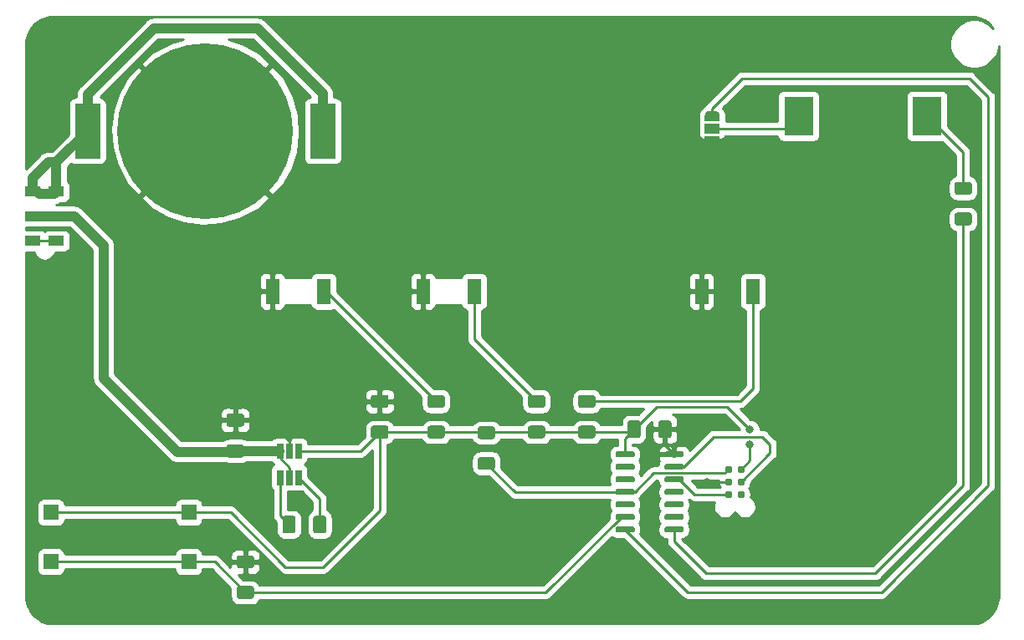
<source format=gtl>
%TF.GenerationSoftware,KiCad,Pcbnew,(5.1.9)-1*%
%TF.CreationDate,2021-11-29T08:04:12-06:00*%
%TF.ProjectId,chrimbus2021,63687269-6d62-4757-9332-3032312e6b69,rev?*%
%TF.SameCoordinates,Original*%
%TF.FileFunction,Copper,L1,Top*%
%TF.FilePolarity,Positive*%
%FSLAX46Y46*%
G04 Gerber Fmt 4.6, Leading zero omitted, Abs format (unit mm)*
G04 Created by KiCad (PCBNEW (5.1.9)-1) date 2021-11-29 08:04:12*
%MOMM*%
%LPD*%
G01*
G04 APERTURE LIST*
%TA.AperFunction,SMDPad,CuDef*%
%ADD10R,1.600000X1.000000*%
%TD*%
%TA.AperFunction,SMDPad,CuDef*%
%ADD11R,0.650000X1.560000*%
%TD*%
%TA.AperFunction,SMDPad,CuDef*%
%ADD12R,1.550000X1.600000*%
%TD*%
%TA.AperFunction,SMDPad,CuDef*%
%ADD13R,3.000000X4.000000*%
%TD*%
%TA.AperFunction,SMDPad,CuDef*%
%ADD14R,1.500000X1.000000*%
%TD*%
%TA.AperFunction,SMDPad,CuDef*%
%ADD15C,0.100000*%
%TD*%
%TA.AperFunction,ConnectorPad*%
%ADD16C,0.787400*%
%TD*%
%TA.AperFunction,SMDPad,CuDef*%
%ADD17R,1.400000X2.600000*%
%TD*%
%TA.AperFunction,SMDPad,CuDef*%
%ADD18R,2.600000X5.560000*%
%TD*%
%TA.AperFunction,SMDPad,CuDef*%
%ADD19C,17.800000*%
%TD*%
%TA.AperFunction,ViaPad*%
%ADD20C,0.800000*%
%TD*%
%TA.AperFunction,Conductor*%
%ADD21C,1.000000*%
%TD*%
%TA.AperFunction,Conductor*%
%ADD22C,3.000000*%
%TD*%
%TA.AperFunction,Conductor*%
%ADD23C,0.250000*%
%TD*%
%TA.AperFunction,Conductor*%
%ADD24C,0.254000*%
%TD*%
%TA.AperFunction,Conductor*%
%ADD25C,0.100000*%
%TD*%
G04 APERTURE END LIST*
%TO.P,C1,2*%
%TO.N,+3V3*%
%TA.AperFunction,SMDPad,CuDef*%
G36*
G01*
X117210000Y-112379999D02*
X117210000Y-113680001D01*
G75*
G02*
X116960001Y-113930000I-249999J0D01*
G01*
X116134999Y-113930000D01*
G75*
G02*
X115885000Y-113680001I0J249999D01*
G01*
X115885000Y-112379999D01*
G75*
G02*
X116134999Y-112130000I249999J0D01*
G01*
X116960001Y-112130000D01*
G75*
G02*
X117210000Y-112379999I0J-249999D01*
G01*
G37*
%TD.AperFunction*%
%TO.P,C1,1*%
%TO.N,GND*%
%TA.AperFunction,SMDPad,CuDef*%
G36*
G01*
X120335000Y-112379999D02*
X120335000Y-113680001D01*
G75*
G02*
X120085001Y-113930000I-249999J0D01*
G01*
X119259999Y-113930000D01*
G75*
G02*
X119010000Y-113680001I0J249999D01*
G01*
X119010000Y-112379999D01*
G75*
G02*
X119259999Y-112130000I249999J0D01*
G01*
X120085001Y-112130000D01*
G75*
G02*
X120335000Y-112379999I0J-249999D01*
G01*
G37*
%TD.AperFunction*%
%TD*%
D10*
%TO.P,SW2,1*%
%TO.N,Net-(BT1-Pad1)*%
X55696000Y-88940000D03*
%TO.P,SW2,2*%
%TO.N,Net-(C2-Pad1)*%
X55696000Y-91440000D03*
%TO.P,SW2,3*%
%TO.N,Net-(SW2-Pad3)*%
X55696000Y-93940000D03*
X58096000Y-93940000D03*
%TO.P,SW2,2*%
%TO.N,Net-(C2-Pad1)*%
X58096000Y-91440000D03*
%TO.P,SW2,1*%
%TO.N,Net-(BT1-Pad1)*%
X58096000Y-88940000D03*
%TD*%
D11*
%TO.P,U2,5*%
%TO.N,Net-(C2-Pad1)*%
X81661000Y-117936000D03*
%TO.P,U2,6*%
%TO.N,Net-(C3-Pad2)*%
X82611000Y-117936000D03*
%TO.P,U2,4*%
%TO.N,Net-(C3-Pad1)*%
X80711000Y-117936000D03*
%TO.P,U2,3*%
%TO.N,Net-(C2-Pad1)*%
X80711000Y-115236000D03*
%TO.P,U2,2*%
%TO.N,GND*%
X81661000Y-115236000D03*
%TO.P,U2,1*%
%TO.N,+3V3*%
X82611000Y-115236000D03*
%TD*%
%TO.P,U1,14*%
%TO.N,GND*%
%TA.AperFunction,SMDPad,CuDef*%
G36*
G01*
X119610000Y-115720000D02*
X119610000Y-115420000D01*
G75*
G02*
X119760000Y-115270000I150000J0D01*
G01*
X121410000Y-115270000D01*
G75*
G02*
X121560000Y-115420000I0J-150000D01*
G01*
X121560000Y-115720000D01*
G75*
G02*
X121410000Y-115870000I-150000J0D01*
G01*
X119760000Y-115870000D01*
G75*
G02*
X119610000Y-115720000I0J150000D01*
G01*
G37*
%TD.AperFunction*%
%TO.P,U1,13*%
%TO.N,Net-(J1-Pad4)*%
%TA.AperFunction,SMDPad,CuDef*%
G36*
G01*
X119610000Y-116990000D02*
X119610000Y-116690000D01*
G75*
G02*
X119760000Y-116540000I150000J0D01*
G01*
X121410000Y-116540000D01*
G75*
G02*
X121560000Y-116690000I0J-150000D01*
G01*
X121560000Y-116990000D01*
G75*
G02*
X121410000Y-117140000I-150000J0D01*
G01*
X119760000Y-117140000D01*
G75*
G02*
X119610000Y-116990000I0J150000D01*
G01*
G37*
%TD.AperFunction*%
%TO.P,U1,12*%
%TO.N,Net-(J1-Pad5)*%
%TA.AperFunction,SMDPad,CuDef*%
G36*
G01*
X119610000Y-118260000D02*
X119610000Y-117960000D01*
G75*
G02*
X119760000Y-117810000I150000J0D01*
G01*
X121410000Y-117810000D01*
G75*
G02*
X121560000Y-117960000I0J-150000D01*
G01*
X121560000Y-118260000D01*
G75*
G02*
X121410000Y-118410000I-150000J0D01*
G01*
X119760000Y-118410000D01*
G75*
G02*
X119610000Y-118260000I0J150000D01*
G01*
G37*
%TD.AperFunction*%
%TO.P,U1,11*%
%TO.N,Net-(U1-Pad11)*%
%TA.AperFunction,SMDPad,CuDef*%
G36*
G01*
X119610000Y-119530000D02*
X119610000Y-119230000D01*
G75*
G02*
X119760000Y-119080000I150000J0D01*
G01*
X121410000Y-119080000D01*
G75*
G02*
X121560000Y-119230000I0J-150000D01*
G01*
X121560000Y-119530000D01*
G75*
G02*
X121410000Y-119680000I-150000J0D01*
G01*
X119760000Y-119680000D01*
G75*
G02*
X119610000Y-119530000I0J150000D01*
G01*
G37*
%TD.AperFunction*%
%TO.P,U1,10*%
%TO.N,Net-(U1-Pad10)*%
%TA.AperFunction,SMDPad,CuDef*%
G36*
G01*
X119610000Y-120800000D02*
X119610000Y-120500000D01*
G75*
G02*
X119760000Y-120350000I150000J0D01*
G01*
X121410000Y-120350000D01*
G75*
G02*
X121560000Y-120500000I0J-150000D01*
G01*
X121560000Y-120800000D01*
G75*
G02*
X121410000Y-120950000I-150000J0D01*
G01*
X119760000Y-120950000D01*
G75*
G02*
X119610000Y-120800000I0J150000D01*
G01*
G37*
%TD.AperFunction*%
%TO.P,U1,9*%
%TO.N,Net-(U1-Pad9)*%
%TA.AperFunction,SMDPad,CuDef*%
G36*
G01*
X119610000Y-122070000D02*
X119610000Y-121770000D01*
G75*
G02*
X119760000Y-121620000I150000J0D01*
G01*
X121410000Y-121620000D01*
G75*
G02*
X121560000Y-121770000I0J-150000D01*
G01*
X121560000Y-122070000D01*
G75*
G02*
X121410000Y-122220000I-150000J0D01*
G01*
X119760000Y-122220000D01*
G75*
G02*
X119610000Y-122070000I0J150000D01*
G01*
G37*
%TD.AperFunction*%
%TO.P,U1,8*%
%TO.N,Net-(R3-Pad2)*%
%TA.AperFunction,SMDPad,CuDef*%
G36*
G01*
X119610000Y-123340000D02*
X119610000Y-123040000D01*
G75*
G02*
X119760000Y-122890000I150000J0D01*
G01*
X121410000Y-122890000D01*
G75*
G02*
X121560000Y-123040000I0J-150000D01*
G01*
X121560000Y-123340000D01*
G75*
G02*
X121410000Y-123490000I-150000J0D01*
G01*
X119760000Y-123490000D01*
G75*
G02*
X119610000Y-123340000I0J150000D01*
G01*
G37*
%TD.AperFunction*%
%TO.P,U1,7*%
%TO.N,Net-(JP1-Pad3)*%
%TA.AperFunction,SMDPad,CuDef*%
G36*
G01*
X114660000Y-123340000D02*
X114660000Y-123040000D01*
G75*
G02*
X114810000Y-122890000I150000J0D01*
G01*
X116460000Y-122890000D01*
G75*
G02*
X116610000Y-123040000I0J-150000D01*
G01*
X116610000Y-123340000D01*
G75*
G02*
X116460000Y-123490000I-150000J0D01*
G01*
X114810000Y-123490000D01*
G75*
G02*
X114660000Y-123340000I0J150000D01*
G01*
G37*
%TD.AperFunction*%
%TO.P,U1,6*%
%TO.N,Net-(R2-Pad2)*%
%TA.AperFunction,SMDPad,CuDef*%
G36*
G01*
X114660000Y-122070000D02*
X114660000Y-121770000D01*
G75*
G02*
X114810000Y-121620000I150000J0D01*
G01*
X116460000Y-121620000D01*
G75*
G02*
X116610000Y-121770000I0J-150000D01*
G01*
X116610000Y-122070000D01*
G75*
G02*
X116460000Y-122220000I-150000J0D01*
G01*
X114810000Y-122220000D01*
G75*
G02*
X114660000Y-122070000I0J150000D01*
G01*
G37*
%TD.AperFunction*%
%TO.P,U1,5*%
%TO.N,Net-(U1-Pad5)*%
%TA.AperFunction,SMDPad,CuDef*%
G36*
G01*
X114660000Y-120800000D02*
X114660000Y-120500000D01*
G75*
G02*
X114810000Y-120350000I150000J0D01*
G01*
X116460000Y-120350000D01*
G75*
G02*
X116610000Y-120500000I0J-150000D01*
G01*
X116610000Y-120800000D01*
G75*
G02*
X116460000Y-120950000I-150000J0D01*
G01*
X114810000Y-120950000D01*
G75*
G02*
X114660000Y-120800000I0J150000D01*
G01*
G37*
%TD.AperFunction*%
%TO.P,U1,4*%
%TO.N,Net-(J1-Pad1)*%
%TA.AperFunction,SMDPad,CuDef*%
G36*
G01*
X114660000Y-119530000D02*
X114660000Y-119230000D01*
G75*
G02*
X114810000Y-119080000I150000J0D01*
G01*
X116460000Y-119080000D01*
G75*
G02*
X116610000Y-119230000I0J-150000D01*
G01*
X116610000Y-119530000D01*
G75*
G02*
X116460000Y-119680000I-150000J0D01*
G01*
X114810000Y-119680000D01*
G75*
G02*
X114660000Y-119530000I0J150000D01*
G01*
G37*
%TD.AperFunction*%
%TO.P,U1,3*%
%TO.N,Net-(U1-Pad3)*%
%TA.AperFunction,SMDPad,CuDef*%
G36*
G01*
X114660000Y-118260000D02*
X114660000Y-117960000D01*
G75*
G02*
X114810000Y-117810000I150000J0D01*
G01*
X116460000Y-117810000D01*
G75*
G02*
X116610000Y-117960000I0J-150000D01*
G01*
X116610000Y-118260000D01*
G75*
G02*
X116460000Y-118410000I-150000J0D01*
G01*
X114810000Y-118410000D01*
G75*
G02*
X114660000Y-118260000I0J150000D01*
G01*
G37*
%TD.AperFunction*%
%TO.P,U1,2*%
%TO.N,Net-(U1-Pad2)*%
%TA.AperFunction,SMDPad,CuDef*%
G36*
G01*
X114660000Y-116990000D02*
X114660000Y-116690000D01*
G75*
G02*
X114810000Y-116540000I150000J0D01*
G01*
X116460000Y-116540000D01*
G75*
G02*
X116610000Y-116690000I0J-150000D01*
G01*
X116610000Y-116990000D01*
G75*
G02*
X116460000Y-117140000I-150000J0D01*
G01*
X114810000Y-117140000D01*
G75*
G02*
X114660000Y-116990000I0J150000D01*
G01*
G37*
%TD.AperFunction*%
%TO.P,U1,1*%
%TO.N,+3V3*%
%TA.AperFunction,SMDPad,CuDef*%
G36*
G01*
X114660000Y-115720000D02*
X114660000Y-115420000D01*
G75*
G02*
X114810000Y-115270000I150000J0D01*
G01*
X116460000Y-115270000D01*
G75*
G02*
X116610000Y-115420000I0J-150000D01*
G01*
X116610000Y-115720000D01*
G75*
G02*
X116460000Y-115870000I-150000J0D01*
G01*
X114810000Y-115870000D01*
G75*
G02*
X114660000Y-115720000I0J150000D01*
G01*
G37*
%TD.AperFunction*%
%TD*%
D12*
%TO.P,SW1,2*%
%TO.N,Net-(R2-Pad2)*%
X57541000Y-126452000D03*
%TO.P,SW1,1*%
%TO.N,+3V3*%
X57541000Y-121452000D03*
X71491000Y-121452000D03*
%TO.P,SW1,2*%
%TO.N,Net-(R2-Pad2)*%
X71491000Y-126452000D03*
%TD*%
%TO.P,R6,2*%
%TO.N,+3V3*%
%TA.AperFunction,SMDPad,CuDef*%
G36*
G01*
X111135000Y-112660000D02*
X112385000Y-112660000D01*
G75*
G02*
X112635000Y-112910000I0J-250000D01*
G01*
X112635000Y-113710000D01*
G75*
G02*
X112385000Y-113960000I-250000J0D01*
G01*
X111135000Y-113960000D01*
G75*
G02*
X110885000Y-113710000I0J250000D01*
G01*
X110885000Y-112910000D01*
G75*
G02*
X111135000Y-112660000I250000J0D01*
G01*
G37*
%TD.AperFunction*%
%TO.P,R6,1*%
%TO.N,Net-(D3-Pad2)*%
%TA.AperFunction,SMDPad,CuDef*%
G36*
G01*
X111135000Y-109560000D02*
X112385000Y-109560000D01*
G75*
G02*
X112635000Y-109810000I0J-250000D01*
G01*
X112635000Y-110610000D01*
G75*
G02*
X112385000Y-110860000I-250000J0D01*
G01*
X111135000Y-110860000D01*
G75*
G02*
X110885000Y-110610000I0J250000D01*
G01*
X110885000Y-109810000D01*
G75*
G02*
X111135000Y-109560000I250000J0D01*
G01*
G37*
%TD.AperFunction*%
%TD*%
%TO.P,R5,2*%
%TO.N,+3V3*%
%TA.AperFunction,SMDPad,CuDef*%
G36*
G01*
X106055000Y-112660000D02*
X107305000Y-112660000D01*
G75*
G02*
X107555000Y-112910000I0J-250000D01*
G01*
X107555000Y-113710000D01*
G75*
G02*
X107305000Y-113960000I-250000J0D01*
G01*
X106055000Y-113960000D01*
G75*
G02*
X105805000Y-113710000I0J250000D01*
G01*
X105805000Y-112910000D01*
G75*
G02*
X106055000Y-112660000I250000J0D01*
G01*
G37*
%TD.AperFunction*%
%TO.P,R5,1*%
%TO.N,Net-(D2-Pad2)*%
%TA.AperFunction,SMDPad,CuDef*%
G36*
G01*
X106055000Y-109560000D02*
X107305000Y-109560000D01*
G75*
G02*
X107555000Y-109810000I0J-250000D01*
G01*
X107555000Y-110610000D01*
G75*
G02*
X107305000Y-110860000I-250000J0D01*
G01*
X106055000Y-110860000D01*
G75*
G02*
X105805000Y-110610000I0J250000D01*
G01*
X105805000Y-109810000D01*
G75*
G02*
X106055000Y-109560000I250000J0D01*
G01*
G37*
%TD.AperFunction*%
%TD*%
%TO.P,R4,2*%
%TO.N,+3V3*%
%TA.AperFunction,SMDPad,CuDef*%
G36*
G01*
X95895000Y-112660000D02*
X97145000Y-112660000D01*
G75*
G02*
X97395000Y-112910000I0J-250000D01*
G01*
X97395000Y-113710000D01*
G75*
G02*
X97145000Y-113960000I-250000J0D01*
G01*
X95895000Y-113960000D01*
G75*
G02*
X95645000Y-113710000I0J250000D01*
G01*
X95645000Y-112910000D01*
G75*
G02*
X95895000Y-112660000I250000J0D01*
G01*
G37*
%TD.AperFunction*%
%TO.P,R4,1*%
%TO.N,Net-(D1-Pad2)*%
%TA.AperFunction,SMDPad,CuDef*%
G36*
G01*
X95895000Y-109560000D02*
X97145000Y-109560000D01*
G75*
G02*
X97395000Y-109810000I0J-250000D01*
G01*
X97395000Y-110610000D01*
G75*
G02*
X97145000Y-110860000I-250000J0D01*
G01*
X95895000Y-110860000D01*
G75*
G02*
X95645000Y-110610000I0J250000D01*
G01*
X95645000Y-109810000D01*
G75*
G02*
X95895000Y-109560000I250000J0D01*
G01*
G37*
%TD.AperFunction*%
%TD*%
%TO.P,R3,2*%
%TO.N,Net-(R3-Pad2)*%
%TA.AperFunction,SMDPad,CuDef*%
G36*
G01*
X149235000Y-91070000D02*
X150485000Y-91070000D01*
G75*
G02*
X150735000Y-91320000I0J-250000D01*
G01*
X150735000Y-92120000D01*
G75*
G02*
X150485000Y-92370000I-250000J0D01*
G01*
X149235000Y-92370000D01*
G75*
G02*
X148985000Y-92120000I0J250000D01*
G01*
X148985000Y-91320000D01*
G75*
G02*
X149235000Y-91070000I250000J0D01*
G01*
G37*
%TD.AperFunction*%
%TO.P,R3,1*%
%TO.N,Net-(LS1-Pad1)*%
%TA.AperFunction,SMDPad,CuDef*%
G36*
G01*
X149235000Y-87970000D02*
X150485000Y-87970000D01*
G75*
G02*
X150735000Y-88220000I0J-250000D01*
G01*
X150735000Y-89020000D01*
G75*
G02*
X150485000Y-89270000I-250000J0D01*
G01*
X149235000Y-89270000D01*
G75*
G02*
X148985000Y-89020000I0J250000D01*
G01*
X148985000Y-88220000D01*
G75*
G02*
X149235000Y-87970000I250000J0D01*
G01*
G37*
%TD.AperFunction*%
%TD*%
%TO.P,R2,2*%
%TO.N,Net-(R2-Pad2)*%
%TA.AperFunction,SMDPad,CuDef*%
G36*
G01*
X76591000Y-128916000D02*
X77841000Y-128916000D01*
G75*
G02*
X78091000Y-129166000I0J-250000D01*
G01*
X78091000Y-129966000D01*
G75*
G02*
X77841000Y-130216000I-250000J0D01*
G01*
X76591000Y-130216000D01*
G75*
G02*
X76341000Y-129966000I0J250000D01*
G01*
X76341000Y-129166000D01*
G75*
G02*
X76591000Y-128916000I250000J0D01*
G01*
G37*
%TD.AperFunction*%
%TO.P,R2,1*%
%TO.N,GND*%
%TA.AperFunction,SMDPad,CuDef*%
G36*
G01*
X76591000Y-125816000D02*
X77841000Y-125816000D01*
G75*
G02*
X78091000Y-126066000I0J-250000D01*
G01*
X78091000Y-126866000D01*
G75*
G02*
X77841000Y-127116000I-250000J0D01*
G01*
X76591000Y-127116000D01*
G75*
G02*
X76341000Y-126866000I0J250000D01*
G01*
X76341000Y-126066000D01*
G75*
G02*
X76591000Y-125816000I250000J0D01*
G01*
G37*
%TD.AperFunction*%
%TD*%
%TO.P,R1,2*%
%TO.N,+3V3*%
%TA.AperFunction,SMDPad,CuDef*%
G36*
G01*
X102225000Y-114035000D02*
X100975000Y-114035000D01*
G75*
G02*
X100725000Y-113785000I0J250000D01*
G01*
X100725000Y-112985000D01*
G75*
G02*
X100975000Y-112735000I250000J0D01*
G01*
X102225000Y-112735000D01*
G75*
G02*
X102475000Y-112985000I0J-250000D01*
G01*
X102475000Y-113785000D01*
G75*
G02*
X102225000Y-114035000I-250000J0D01*
G01*
G37*
%TD.AperFunction*%
%TO.P,R1,1*%
%TO.N,Net-(J1-Pad1)*%
%TA.AperFunction,SMDPad,CuDef*%
G36*
G01*
X102225000Y-117135000D02*
X100975000Y-117135000D01*
G75*
G02*
X100725000Y-116885000I0J250000D01*
G01*
X100725000Y-116085000D01*
G75*
G02*
X100975000Y-115835000I250000J0D01*
G01*
X102225000Y-115835000D01*
G75*
G02*
X102475000Y-116085000I0J-250000D01*
G01*
X102475000Y-116885000D01*
G75*
G02*
X102225000Y-117135000I-250000J0D01*
G01*
G37*
%TD.AperFunction*%
%TD*%
D13*
%TO.P,LS1,2*%
%TO.N,Net-(JP1-Pad2)*%
X133200000Y-81280000D03*
%TO.P,LS1,1*%
%TO.N,Net-(LS1-Pad1)*%
X146200000Y-81280000D03*
%TD*%
D14*
%TO.P,JP1,2*%
%TO.N,Net-(JP1-Pad2)*%
X124460000Y-82550000D03*
%TA.AperFunction,SMDPad,CuDef*%
D15*
%TO.P,JP1,3*%
%TO.N,Net-(JP1-Pad3)*%
G36*
X123710602Y-81250000D02*
G01*
X123710602Y-81225466D01*
X123715412Y-81176635D01*
X123724984Y-81128510D01*
X123739228Y-81081555D01*
X123758005Y-81036222D01*
X123781136Y-80992949D01*
X123808396Y-80952150D01*
X123839524Y-80914221D01*
X123874221Y-80879524D01*
X123912150Y-80848396D01*
X123952949Y-80821136D01*
X123996222Y-80798005D01*
X124041555Y-80779228D01*
X124088510Y-80764984D01*
X124136635Y-80755412D01*
X124185466Y-80750602D01*
X124210000Y-80750602D01*
X124210000Y-80750000D01*
X124710000Y-80750000D01*
X124710000Y-80750602D01*
X124734534Y-80750602D01*
X124783365Y-80755412D01*
X124831490Y-80764984D01*
X124878445Y-80779228D01*
X124923778Y-80798005D01*
X124967051Y-80821136D01*
X125007850Y-80848396D01*
X125045779Y-80879524D01*
X125080476Y-80914221D01*
X125111604Y-80952150D01*
X125138864Y-80992949D01*
X125161995Y-81036222D01*
X125180772Y-81081555D01*
X125195016Y-81128510D01*
X125204588Y-81176635D01*
X125209398Y-81225466D01*
X125209398Y-81250000D01*
X125210000Y-81250000D01*
X125210000Y-81800000D01*
X123710000Y-81800000D01*
X123710000Y-81250000D01*
X123710602Y-81250000D01*
G37*
%TD.AperFunction*%
%TA.AperFunction,SMDPad,CuDef*%
%TO.P,JP1,1*%
%TO.N,GND*%
G36*
X125210000Y-83300000D02*
G01*
X125210000Y-83850000D01*
X125209398Y-83850000D01*
X125209398Y-83874534D01*
X125204588Y-83923365D01*
X125195016Y-83971490D01*
X125180772Y-84018445D01*
X125161995Y-84063778D01*
X125138864Y-84107051D01*
X125111604Y-84147850D01*
X125080476Y-84185779D01*
X125045779Y-84220476D01*
X125007850Y-84251604D01*
X124967051Y-84278864D01*
X124923778Y-84301995D01*
X124878445Y-84320772D01*
X124831490Y-84335016D01*
X124783365Y-84344588D01*
X124734534Y-84349398D01*
X124710000Y-84349398D01*
X124710000Y-84350000D01*
X124210000Y-84350000D01*
X124210000Y-84349398D01*
X124185466Y-84349398D01*
X124136635Y-84344588D01*
X124088510Y-84335016D01*
X124041555Y-84320772D01*
X123996222Y-84301995D01*
X123952949Y-84278864D01*
X123912150Y-84251604D01*
X123874221Y-84220476D01*
X123839524Y-84185779D01*
X123808396Y-84147850D01*
X123781136Y-84107051D01*
X123758005Y-84063778D01*
X123739228Y-84018445D01*
X123724984Y-83971490D01*
X123715412Y-83923365D01*
X123710602Y-83874534D01*
X123710602Y-83850000D01*
X123710000Y-83850000D01*
X123710000Y-83300000D01*
X125210000Y-83300000D01*
G37*
%TD.AperFunction*%
%TD*%
D16*
%TO.P,J1,6*%
%TO.N,Net-(J1-Pad6)*%
X127381000Y-119634000D03*
%TO.P,J1,5*%
%TO.N,Net-(J1-Pad5)*%
X126111000Y-119634000D03*
%TO.P,J1,4*%
%TO.N,Net-(J1-Pad4)*%
X127381000Y-118364000D03*
%TO.P,J1,3*%
%TO.N,GND*%
X126111000Y-118364000D03*
%TO.P,J1,2*%
%TO.N,+3V3*%
X127381000Y-117094000D03*
%TO.P,J1,1*%
%TO.N,Net-(J1-Pad1)*%
X126111000Y-117094000D03*
%TD*%
D17*
%TO.P,D3,1*%
%TO.N,GND*%
X123384000Y-99060000D03*
%TO.P,D3,2*%
%TO.N,Net-(D3-Pad2)*%
X128584000Y-99060000D03*
%TD*%
%TO.P,D2,1*%
%TO.N,GND*%
X95190000Y-99060000D03*
%TO.P,D2,2*%
%TO.N,Net-(D2-Pad2)*%
X100390000Y-99060000D03*
%TD*%
%TO.P,D1,1*%
%TO.N,GND*%
X79950000Y-99060000D03*
%TO.P,D1,2*%
%TO.N,Net-(D1-Pad2)*%
X85150000Y-99060000D03*
%TD*%
%TO.P,C4,2*%
%TO.N,GND*%
%TA.AperFunction,SMDPad,CuDef*%
G36*
G01*
X91455001Y-110860000D02*
X90154999Y-110860000D01*
G75*
G02*
X89905000Y-110610001I0J249999D01*
G01*
X89905000Y-109784999D01*
G75*
G02*
X90154999Y-109535000I249999J0D01*
G01*
X91455001Y-109535000D01*
G75*
G02*
X91705000Y-109784999I0J-249999D01*
G01*
X91705000Y-110610001D01*
G75*
G02*
X91455001Y-110860000I-249999J0D01*
G01*
G37*
%TD.AperFunction*%
%TO.P,C4,1*%
%TO.N,+3V3*%
%TA.AperFunction,SMDPad,CuDef*%
G36*
G01*
X91455001Y-113985000D02*
X90154999Y-113985000D01*
G75*
G02*
X89905000Y-113735001I0J249999D01*
G01*
X89905000Y-112909999D01*
G75*
G02*
X90154999Y-112660000I249999J0D01*
G01*
X91455001Y-112660000D01*
G75*
G02*
X91705000Y-112909999I0J-249999D01*
G01*
X91705000Y-113735001D01*
G75*
G02*
X91455001Y-113985000I-249999J0D01*
G01*
G37*
%TD.AperFunction*%
%TD*%
%TO.P,C3,2*%
%TO.N,Net-(C3-Pad2)*%
%TA.AperFunction,SMDPad,CuDef*%
G36*
G01*
X84085000Y-123332001D02*
X84085000Y-122031999D01*
G75*
G02*
X84334999Y-121782000I249999J0D01*
G01*
X85160001Y-121782000D01*
G75*
G02*
X85410000Y-122031999I0J-249999D01*
G01*
X85410000Y-123332001D01*
G75*
G02*
X85160001Y-123582000I-249999J0D01*
G01*
X84334999Y-123582000D01*
G75*
G02*
X84085000Y-123332001I0J249999D01*
G01*
G37*
%TD.AperFunction*%
%TO.P,C3,1*%
%TO.N,Net-(C3-Pad1)*%
%TA.AperFunction,SMDPad,CuDef*%
G36*
G01*
X80960000Y-123332001D02*
X80960000Y-122031999D01*
G75*
G02*
X81209999Y-121782000I249999J0D01*
G01*
X82035001Y-121782000D01*
G75*
G02*
X82285000Y-122031999I0J-249999D01*
G01*
X82285000Y-123332001D01*
G75*
G02*
X82035001Y-123582000I-249999J0D01*
G01*
X81209999Y-123582000D01*
G75*
G02*
X80960000Y-123332001I0J249999D01*
G01*
G37*
%TD.AperFunction*%
%TD*%
%TO.P,C2,2*%
%TO.N,GND*%
%TA.AperFunction,SMDPad,CuDef*%
G36*
G01*
X76850001Y-112765000D02*
X75549999Y-112765000D01*
G75*
G02*
X75300000Y-112515001I0J249999D01*
G01*
X75300000Y-111689999D01*
G75*
G02*
X75549999Y-111440000I249999J0D01*
G01*
X76850001Y-111440000D01*
G75*
G02*
X77100000Y-111689999I0J-249999D01*
G01*
X77100000Y-112515001D01*
G75*
G02*
X76850001Y-112765000I-249999J0D01*
G01*
G37*
%TD.AperFunction*%
%TO.P,C2,1*%
%TO.N,Net-(C2-Pad1)*%
%TA.AperFunction,SMDPad,CuDef*%
G36*
G01*
X76850001Y-115890000D02*
X75549999Y-115890000D01*
G75*
G02*
X75300000Y-115640001I0J249999D01*
G01*
X75300000Y-114814999D01*
G75*
G02*
X75549999Y-114565000I249999J0D01*
G01*
X76850001Y-114565000D01*
G75*
G02*
X77100000Y-114814999I0J-249999D01*
G01*
X77100000Y-115640001D01*
G75*
G02*
X76850001Y-115890000I-249999J0D01*
G01*
G37*
%TD.AperFunction*%
%TD*%
D18*
%TO.P,BT1,1*%
%TO.N,Net-(BT1-Pad1)*%
X61247000Y-82804000D03*
X85057000Y-82804000D03*
D19*
%TO.P,BT1,2*%
%TO.N,GND*%
X73152000Y-82804000D03*
%TD*%
D20*
%TO.N,GND*%
X123952000Y-118364000D03*
X123952000Y-120904000D03*
X122428000Y-114300000D03*
X125476000Y-112268000D03*
X128778000Y-110998000D03*
X60833000Y-98298000D03*
X65024000Y-98425000D03*
X143510000Y-122936000D03*
X147066000Y-126492000D03*
%TO.N,+3V3*%
X128270000Y-114554000D03*
X128270000Y-113030000D03*
%TD*%
D21*
%TO.N,Net-(BT1-Pad1)*%
X78423000Y-72390000D02*
X67945000Y-72390000D01*
X85057000Y-79024000D02*
X78423000Y-72390000D01*
X85057000Y-82804000D02*
X85057000Y-79024000D01*
X61247000Y-79088000D02*
X67945000Y-72390000D01*
X61247000Y-82804000D02*
X61247000Y-79088000D01*
X58096000Y-85955000D02*
X61247000Y-82804000D01*
X58096000Y-88940000D02*
X58096000Y-85955000D01*
X57845999Y-89190001D02*
X58096000Y-88940000D01*
X56343999Y-89190001D02*
X57845999Y-89190001D01*
X56093998Y-88940000D02*
X56343999Y-89190001D01*
X55696000Y-88940000D02*
X56093998Y-88940000D01*
X57278998Y-85955000D02*
X58096000Y-85955000D01*
X55696000Y-87537998D02*
X57278998Y-85955000D01*
X55696000Y-88940000D02*
X55696000Y-87537998D01*
D22*
%TO.N,GND*%
X73152000Y-82804000D02*
X77632001Y-87284001D01*
D23*
X79950000Y-89602000D02*
X73152000Y-82804000D01*
D22*
X73152000Y-82804000D02*
X73152000Y-86868000D01*
D23*
X81661000Y-114206000D02*
X81661000Y-115236000D01*
X79557500Y-112102500D02*
X81661000Y-114206000D01*
X76200000Y-112102500D02*
X79557500Y-112102500D01*
X126111000Y-118364000D02*
X123952000Y-118364000D01*
X119672500Y-114657500D02*
X120585000Y-115570000D01*
X119672500Y-113030000D02*
X119672500Y-114657500D01*
X121158000Y-113030000D02*
X119672500Y-113030000D01*
X122428000Y-114300000D02*
X121158000Y-113030000D01*
%TO.N,+3V3*%
X88891500Y-115236000D02*
X90805000Y-113322500D01*
X82611000Y-115236000D02*
X88891500Y-115236000D01*
X96507500Y-113322500D02*
X96520000Y-113310000D01*
X90805000Y-113322500D02*
X96507500Y-113322500D01*
X96520000Y-113310000D02*
X101600000Y-113310000D01*
X101600000Y-113310000D02*
X106680000Y-113310000D01*
X106680000Y-113310000D02*
X111760000Y-113310000D01*
X116267500Y-113310000D02*
X116547500Y-113030000D01*
X111760000Y-113310000D02*
X116267500Y-113310000D01*
X57541000Y-121452000D02*
X71491000Y-121452000D01*
X71491000Y-121452000D02*
X75732000Y-121452000D01*
X75732000Y-121452000D02*
X81280000Y-127000000D01*
X81280000Y-127000000D02*
X85090000Y-127000000D01*
X90805000Y-121285000D02*
X90805000Y-113322500D01*
X85090000Y-127000000D02*
X90805000Y-121285000D01*
X115635000Y-113942500D02*
X116547500Y-113030000D01*
X115635000Y-115570000D02*
X115635000Y-113942500D01*
X128270000Y-116205000D02*
X128270000Y-114554000D01*
X127381000Y-117094000D02*
X128270000Y-116205000D01*
X128270000Y-113030000D02*
X125984000Y-110744000D01*
X118833500Y-110744000D02*
X116547500Y-113030000D01*
X125984000Y-110744000D02*
X118833500Y-110744000D01*
%TO.N,Net-(C2-Pad1)*%
X80711000Y-115956000D02*
X80711000Y-115236000D01*
X81661000Y-116906000D02*
X80711000Y-115956000D01*
X81661000Y-117936000D02*
X81661000Y-116906000D01*
D21*
X55696000Y-91440000D02*
X58096000Y-91440000D01*
X59896000Y-91440000D02*
X62865000Y-94409000D01*
X58096000Y-91440000D02*
X59896000Y-91440000D01*
X62865000Y-107861500D02*
X70319500Y-115316000D01*
X62865000Y-94409000D02*
X62865000Y-107861500D01*
X76111500Y-115316000D02*
X76200000Y-115227500D01*
X70319500Y-115316000D02*
X76111500Y-115316000D01*
X80627499Y-115227500D02*
X80635999Y-115236000D01*
X76200000Y-115227500D02*
X80627499Y-115227500D01*
D23*
%TO.N,Net-(C3-Pad2)*%
X84747500Y-120072500D02*
X82611000Y-117936000D01*
X84747500Y-122682000D02*
X84747500Y-120072500D01*
%TO.N,Net-(C3-Pad1)*%
X80711000Y-121770500D02*
X80711000Y-117936000D01*
X81622500Y-122682000D02*
X80711000Y-121770500D01*
%TO.N,Net-(D1-Pad2)*%
X85370000Y-99060000D02*
X96520000Y-110210000D01*
X85150000Y-99060000D02*
X85370000Y-99060000D01*
%TO.N,Net-(D2-Pad2)*%
X100390000Y-103920000D02*
X106680000Y-110210000D01*
X100390000Y-99060000D02*
X100390000Y-103920000D01*
%TO.N,Net-(D3-Pad2)*%
X111760000Y-110210000D02*
X127280000Y-110210000D01*
X128584000Y-108906000D02*
X128584000Y-99060000D01*
X127280000Y-110210000D02*
X128584000Y-108906000D01*
%TO.N,Net-(J1-Pad5)*%
X121285000Y-118110000D02*
X120585000Y-118110000D01*
X120208232Y-118110000D02*
X120585000Y-118110000D01*
X126111000Y-119634000D02*
X122682000Y-119634000D01*
X121158000Y-118110000D02*
X120585000Y-118110000D01*
X122682000Y-119634000D02*
X121158000Y-118110000D01*
%TO.N,Net-(J1-Pad4)*%
X127381000Y-118364000D02*
X130302000Y-115443000D01*
X130302000Y-115443000D02*
X130302000Y-114554000D01*
X130302000Y-114554000D02*
X129540000Y-113792000D01*
X121560000Y-116840000D02*
X120585000Y-116840000D01*
X124608000Y-113792000D02*
X121560000Y-116840000D01*
X129540000Y-113792000D02*
X124608000Y-113792000D01*
%TO.N,Net-(J1-Pad1)*%
X116610000Y-119380000D02*
X115635000Y-119380000D01*
X125720010Y-117484990D02*
X118505010Y-117484990D01*
X118505010Y-117484990D02*
X116610000Y-119380000D01*
X126111000Y-117094000D02*
X125720010Y-117484990D01*
X104495000Y-119380000D02*
X115635000Y-119380000D01*
X101600000Y-116485000D02*
X104495000Y-119380000D01*
%TO.N,Net-(JP1-Pad2)*%
X131930000Y-82550000D02*
X133200000Y-81280000D01*
X124460000Y-82550000D02*
X131930000Y-82550000D01*
%TO.N,Net-(JP1-Pad3)*%
X115635000Y-123190000D02*
X121985000Y-129540000D01*
X121985000Y-129540000D02*
X141605000Y-129540000D01*
X141605000Y-129540000D02*
X152400000Y-118745000D01*
X152400000Y-118745000D02*
X152400000Y-79375000D01*
X152400000Y-79375000D02*
X150495000Y-77470000D01*
X124430000Y-80532408D02*
X124430000Y-81280000D01*
X127492408Y-77470000D02*
X124430000Y-80532408D01*
X150495000Y-77470000D02*
X127492408Y-77470000D01*
%TO.N,Net-(LS1-Pad1)*%
X149860000Y-84940000D02*
X146200000Y-81280000D01*
X149860000Y-88620000D02*
X149860000Y-84940000D01*
%TO.N,Net-(R2-Pad2)*%
X57541000Y-126452000D02*
X71491000Y-126452000D01*
X74102000Y-126452000D02*
X77216000Y-129566000D01*
X71491000Y-126452000D02*
X74102000Y-126452000D01*
X115258232Y-121920000D02*
X115635000Y-121920000D01*
X107612232Y-129566000D02*
X115258232Y-121920000D01*
X77216000Y-129566000D02*
X107612232Y-129566000D01*
%TO.N,Net-(R3-Pad2)*%
X149860000Y-118745000D02*
X149860000Y-91720000D01*
X140970000Y-127635000D02*
X149860000Y-118745000D01*
X123825000Y-127635000D02*
X140970000Y-127635000D01*
X120585000Y-124395000D02*
X123825000Y-127635000D01*
X120585000Y-123190000D02*
X120585000Y-124395000D01*
%TO.N,Net-(SW2-Pad3)*%
X55696000Y-93940000D02*
X58096000Y-93940000D01*
%TD*%
D24*
%TO.N,GND*%
X151070221Y-71238474D02*
X151325690Y-71281917D01*
X151573303Y-71352778D01*
X151812454Y-71450090D01*
X152042118Y-71572955D01*
X152260926Y-71720420D01*
X152467255Y-71891402D01*
X152659330Y-72084655D01*
X152835273Y-72298732D01*
X152898589Y-72392268D01*
X152564095Y-72057774D01*
X152157089Y-71785821D01*
X151704848Y-71598497D01*
X151224751Y-71503000D01*
X150735249Y-71503000D01*
X150255152Y-71598497D01*
X149802911Y-71785821D01*
X149395905Y-72057774D01*
X149049774Y-72403905D01*
X148777821Y-72810911D01*
X148590497Y-73263152D01*
X148495000Y-73743249D01*
X148495000Y-74232751D01*
X148590497Y-74712848D01*
X148777821Y-75165089D01*
X149049774Y-75572095D01*
X149395905Y-75918226D01*
X149802911Y-76190179D01*
X150255152Y-76377503D01*
X150735249Y-76473000D01*
X151224751Y-76473000D01*
X151704848Y-76377503D01*
X152157089Y-76190179D01*
X152564095Y-75918226D01*
X152910226Y-75572095D01*
X153182179Y-75165089D01*
X153369503Y-74712848D01*
X153465000Y-74232751D01*
X153465000Y-74192916D01*
X153468282Y-74264226D01*
X153468283Y-129671504D01*
X153452963Y-130004262D01*
X153410532Y-130309582D01*
X153341760Y-130603658D01*
X153248220Y-130884990D01*
X153131512Y-131151981D01*
X152993300Y-131402979D01*
X152835319Y-131636315D01*
X152659365Y-131850370D01*
X152467302Y-132043580D01*
X152260961Y-132214547D01*
X152042146Y-132362000D01*
X151812476Y-132484854D01*
X151573318Y-132582159D01*
X151325705Y-132653015D01*
X151070229Y-132696456D01*
X150785634Y-132712486D01*
X57660303Y-132712486D01*
X57375776Y-132696456D01*
X57120377Y-132653021D01*
X56872817Y-132582170D01*
X56633721Y-132484875D01*
X56404093Y-132362025D01*
X56185316Y-132214578D01*
X55979018Y-132043626D01*
X55786965Y-131850404D01*
X55611037Y-131636358D01*
X55453069Y-131403018D01*
X55314867Y-131152015D01*
X55198170Y-130885023D01*
X55104635Y-130603688D01*
X55035868Y-130309605D01*
X54993437Y-130004269D01*
X54978121Y-129671536D01*
X54978121Y-95078072D01*
X55837099Y-95078072D01*
X55852696Y-95156483D01*
X55934485Y-95353940D01*
X56053225Y-95531647D01*
X56204353Y-95682775D01*
X56382060Y-95801515D01*
X56579517Y-95883304D01*
X56789137Y-95925000D01*
X57002863Y-95925000D01*
X57212483Y-95883304D01*
X57409940Y-95801515D01*
X57587647Y-95682775D01*
X57738775Y-95531647D01*
X57857515Y-95353940D01*
X57939304Y-95156483D01*
X57954901Y-95078072D01*
X58896000Y-95078072D01*
X59020482Y-95065812D01*
X59140180Y-95029502D01*
X59250494Y-94970537D01*
X59347185Y-94891185D01*
X59426537Y-94794494D01*
X59485502Y-94684180D01*
X59521812Y-94564482D01*
X59534072Y-94440000D01*
X59534072Y-93440000D01*
X59521812Y-93315518D01*
X59485502Y-93195820D01*
X59426537Y-93085506D01*
X59347185Y-92988815D01*
X59250494Y-92909463D01*
X59140180Y-92850498D01*
X59020482Y-92814188D01*
X58896000Y-92801928D01*
X57296000Y-92801928D01*
X57171518Y-92814188D01*
X57051820Y-92850498D01*
X56941506Y-92909463D01*
X56896000Y-92946809D01*
X56850494Y-92909463D01*
X56740180Y-92850498D01*
X56620482Y-92814188D01*
X56496000Y-92801928D01*
X54978121Y-92801928D01*
X54978121Y-92578072D01*
X56496000Y-92578072D01*
X56527192Y-92575000D01*
X57264808Y-92575000D01*
X57296000Y-92578072D01*
X58896000Y-92578072D01*
X58927192Y-92575000D01*
X59425869Y-92575000D01*
X61730000Y-94879132D01*
X61730001Y-107805739D01*
X61724509Y-107861500D01*
X61746423Y-108083998D01*
X61811324Y-108297946D01*
X61811325Y-108297947D01*
X61916717Y-108495123D01*
X62058552Y-108667949D01*
X62101860Y-108703491D01*
X69477509Y-116079141D01*
X69513051Y-116122449D01*
X69685877Y-116264284D01*
X69838902Y-116346077D01*
X69883053Y-116369676D01*
X70097001Y-116434577D01*
X70319499Y-116456491D01*
X70375251Y-116451000D01*
X75192428Y-116451000D01*
X75210149Y-116460472D01*
X75376745Y-116511008D01*
X75549999Y-116528072D01*
X76850001Y-116528072D01*
X77023255Y-116511008D01*
X77189851Y-116460472D01*
X77343387Y-116378405D01*
X77362767Y-116362500D01*
X79851190Y-116362500D01*
X79855463Y-116370494D01*
X79934815Y-116467185D01*
X80031506Y-116546537D01*
X80105335Y-116586000D01*
X80031506Y-116625463D01*
X79934815Y-116704815D01*
X79855463Y-116801506D01*
X79796498Y-116911820D01*
X79760188Y-117031518D01*
X79747928Y-117156000D01*
X79747928Y-118716000D01*
X79760188Y-118840482D01*
X79796498Y-118960180D01*
X79855463Y-119070494D01*
X79934815Y-119167185D01*
X79951001Y-119180468D01*
X79951000Y-121733177D01*
X79947324Y-121770500D01*
X79951000Y-121807822D01*
X79951000Y-121807832D01*
X79961997Y-121919485D01*
X79996127Y-122031999D01*
X80005454Y-122062746D01*
X80076026Y-122194776D01*
X80099801Y-122223745D01*
X80170999Y-122310501D01*
X80200002Y-122334303D01*
X80321928Y-122456229D01*
X80321928Y-123332001D01*
X80338992Y-123505255D01*
X80389528Y-123671851D01*
X80471595Y-123825387D01*
X80582038Y-123959962D01*
X80716613Y-124070405D01*
X80870149Y-124152472D01*
X81036745Y-124203008D01*
X81209999Y-124220072D01*
X82035001Y-124220072D01*
X82208255Y-124203008D01*
X82374851Y-124152472D01*
X82528387Y-124070405D01*
X82662962Y-123959962D01*
X82773405Y-123825387D01*
X82855472Y-123671851D01*
X82906008Y-123505255D01*
X82923072Y-123332001D01*
X82923072Y-122031999D01*
X82906008Y-121858745D01*
X82855472Y-121692149D01*
X82773405Y-121538613D01*
X82662962Y-121404038D01*
X82528387Y-121293595D01*
X82374851Y-121211528D01*
X82208255Y-121160992D01*
X82035001Y-121143928D01*
X81471000Y-121143928D01*
X81471000Y-119354072D01*
X81986000Y-119354072D01*
X82110482Y-119341812D01*
X82136000Y-119334071D01*
X82161518Y-119341812D01*
X82286000Y-119354072D01*
X82936000Y-119354072D01*
X82952632Y-119352434D01*
X83987501Y-120387303D01*
X83987501Y-121215616D01*
X83841613Y-121293595D01*
X83707038Y-121404038D01*
X83596595Y-121538613D01*
X83514528Y-121692149D01*
X83463992Y-121858745D01*
X83446928Y-122031999D01*
X83446928Y-123332001D01*
X83463992Y-123505255D01*
X83514528Y-123671851D01*
X83596595Y-123825387D01*
X83707038Y-123959962D01*
X83841613Y-124070405D01*
X83995149Y-124152472D01*
X84161745Y-124203008D01*
X84334999Y-124220072D01*
X85160001Y-124220072D01*
X85333255Y-124203008D01*
X85499851Y-124152472D01*
X85653387Y-124070405D01*
X85787962Y-123959962D01*
X85898405Y-123825387D01*
X85980472Y-123671851D01*
X86031008Y-123505255D01*
X86048072Y-123332001D01*
X86048072Y-122031999D01*
X86031008Y-121858745D01*
X85980472Y-121692149D01*
X85898405Y-121538613D01*
X85787962Y-121404038D01*
X85653387Y-121293595D01*
X85507500Y-121215616D01*
X85507500Y-120109822D01*
X85511176Y-120072499D01*
X85507500Y-120035176D01*
X85507500Y-120035167D01*
X85496503Y-119923514D01*
X85453046Y-119780253D01*
X85382474Y-119648224D01*
X85287501Y-119532499D01*
X85258503Y-119508701D01*
X83574072Y-117824271D01*
X83574072Y-117156000D01*
X83561812Y-117031518D01*
X83525502Y-116911820D01*
X83466537Y-116801506D01*
X83387185Y-116704815D01*
X83290494Y-116625463D01*
X83216665Y-116586000D01*
X83290494Y-116546537D01*
X83387185Y-116467185D01*
X83466537Y-116370494D01*
X83525502Y-116260180D01*
X83561812Y-116140482D01*
X83574072Y-116016000D01*
X83574072Y-115996000D01*
X88854178Y-115996000D01*
X88891500Y-115999676D01*
X88928822Y-115996000D01*
X88928833Y-115996000D01*
X89040486Y-115985003D01*
X89183747Y-115941546D01*
X89315776Y-115870974D01*
X89431501Y-115776001D01*
X89455304Y-115746997D01*
X90045001Y-115157301D01*
X90045000Y-120970198D01*
X84775199Y-126240000D01*
X81594802Y-126240000D01*
X76295804Y-120941003D01*
X76272001Y-120911999D01*
X76156276Y-120817026D01*
X76024247Y-120746454D01*
X75880986Y-120702997D01*
X75769333Y-120692000D01*
X75769322Y-120692000D01*
X75732000Y-120688324D01*
X75694678Y-120692000D01*
X72904072Y-120692000D01*
X72904072Y-120652000D01*
X72891812Y-120527518D01*
X72855502Y-120407820D01*
X72796537Y-120297506D01*
X72717185Y-120200815D01*
X72620494Y-120121463D01*
X72510180Y-120062498D01*
X72390482Y-120026188D01*
X72266000Y-120013928D01*
X70716000Y-120013928D01*
X70591518Y-120026188D01*
X70471820Y-120062498D01*
X70361506Y-120121463D01*
X70264815Y-120200815D01*
X70185463Y-120297506D01*
X70126498Y-120407820D01*
X70090188Y-120527518D01*
X70077928Y-120652000D01*
X70077928Y-120692000D01*
X58954072Y-120692000D01*
X58954072Y-120652000D01*
X58941812Y-120527518D01*
X58905502Y-120407820D01*
X58846537Y-120297506D01*
X58767185Y-120200815D01*
X58670494Y-120121463D01*
X58560180Y-120062498D01*
X58440482Y-120026188D01*
X58316000Y-120013928D01*
X56766000Y-120013928D01*
X56641518Y-120026188D01*
X56521820Y-120062498D01*
X56411506Y-120121463D01*
X56314815Y-120200815D01*
X56235463Y-120297506D01*
X56176498Y-120407820D01*
X56140188Y-120527518D01*
X56127928Y-120652000D01*
X56127928Y-122252000D01*
X56140188Y-122376482D01*
X56176498Y-122496180D01*
X56235463Y-122606494D01*
X56314815Y-122703185D01*
X56411506Y-122782537D01*
X56521820Y-122841502D01*
X56641518Y-122877812D01*
X56766000Y-122890072D01*
X58316000Y-122890072D01*
X58440482Y-122877812D01*
X58560180Y-122841502D01*
X58670494Y-122782537D01*
X58767185Y-122703185D01*
X58846537Y-122606494D01*
X58905502Y-122496180D01*
X58941812Y-122376482D01*
X58954072Y-122252000D01*
X58954072Y-122212000D01*
X70077928Y-122212000D01*
X70077928Y-122252000D01*
X70090188Y-122376482D01*
X70126498Y-122496180D01*
X70185463Y-122606494D01*
X70264815Y-122703185D01*
X70361506Y-122782537D01*
X70471820Y-122841502D01*
X70591518Y-122877812D01*
X70716000Y-122890072D01*
X72266000Y-122890072D01*
X72390482Y-122877812D01*
X72510180Y-122841502D01*
X72620494Y-122782537D01*
X72717185Y-122703185D01*
X72796537Y-122606494D01*
X72855502Y-122496180D01*
X72891812Y-122376482D01*
X72904072Y-122252000D01*
X72904072Y-122212000D01*
X75417199Y-122212000D01*
X80716201Y-127511003D01*
X80739999Y-127540001D01*
X80855724Y-127634974D01*
X80987753Y-127705546D01*
X81131014Y-127749003D01*
X81242667Y-127760000D01*
X81242677Y-127760000D01*
X81280000Y-127763676D01*
X81317323Y-127760000D01*
X85052678Y-127760000D01*
X85090000Y-127763676D01*
X85127322Y-127760000D01*
X85127333Y-127760000D01*
X85238986Y-127749003D01*
X85382247Y-127705546D01*
X85514276Y-127634974D01*
X85630001Y-127540001D01*
X85653804Y-127510997D01*
X91316004Y-121848798D01*
X91345001Y-121825001D01*
X91439974Y-121709276D01*
X91510546Y-121577247D01*
X91554003Y-121433986D01*
X91565000Y-121322333D01*
X91565000Y-121322332D01*
X91568677Y-121285000D01*
X91565000Y-121247667D01*
X91565000Y-114612238D01*
X91628255Y-114606008D01*
X91794851Y-114555472D01*
X91948387Y-114473405D01*
X92082962Y-114362962D01*
X92193405Y-114228387D01*
X92271384Y-114082500D01*
X95091980Y-114082500D01*
X95156595Y-114203386D01*
X95267038Y-114337962D01*
X95401614Y-114448405D01*
X95555150Y-114530472D01*
X95721746Y-114581008D01*
X95895000Y-114598072D01*
X97145000Y-114598072D01*
X97318254Y-114581008D01*
X97484850Y-114530472D01*
X97638386Y-114448405D01*
X97772962Y-114337962D01*
X97883405Y-114203386D01*
X97954702Y-114070000D01*
X100137890Y-114070000D01*
X100154528Y-114124850D01*
X100236595Y-114278386D01*
X100347038Y-114412962D01*
X100481614Y-114523405D01*
X100635150Y-114605472D01*
X100801746Y-114656008D01*
X100975000Y-114673072D01*
X102225000Y-114673072D01*
X102398254Y-114656008D01*
X102564850Y-114605472D01*
X102718386Y-114523405D01*
X102852962Y-114412962D01*
X102963405Y-114278386D01*
X103045472Y-114124850D01*
X103062110Y-114070000D01*
X105245298Y-114070000D01*
X105316595Y-114203386D01*
X105427038Y-114337962D01*
X105561614Y-114448405D01*
X105715150Y-114530472D01*
X105881746Y-114581008D01*
X106055000Y-114598072D01*
X107305000Y-114598072D01*
X107478254Y-114581008D01*
X107644850Y-114530472D01*
X107798386Y-114448405D01*
X107932962Y-114337962D01*
X108043405Y-114203386D01*
X108114702Y-114070000D01*
X110325298Y-114070000D01*
X110396595Y-114203386D01*
X110507038Y-114337962D01*
X110641614Y-114448405D01*
X110795150Y-114530472D01*
X110961746Y-114581008D01*
X111135000Y-114598072D01*
X112385000Y-114598072D01*
X112558254Y-114581008D01*
X112724850Y-114530472D01*
X112878386Y-114448405D01*
X113012962Y-114337962D01*
X113123405Y-114203386D01*
X113194702Y-114070000D01*
X114875001Y-114070000D01*
X114875001Y-114631928D01*
X114810000Y-114631928D01*
X114656255Y-114647071D01*
X114508418Y-114691916D01*
X114372171Y-114764742D01*
X114252749Y-114862749D01*
X114154742Y-114982171D01*
X114081916Y-115118418D01*
X114037071Y-115266255D01*
X114021928Y-115420000D01*
X114021928Y-115720000D01*
X114037071Y-115873745D01*
X114081916Y-116021582D01*
X114154742Y-116157829D01*
X114193454Y-116205000D01*
X114154742Y-116252171D01*
X114081916Y-116388418D01*
X114037071Y-116536255D01*
X114021928Y-116690000D01*
X114021928Y-116990000D01*
X114037071Y-117143745D01*
X114081916Y-117291582D01*
X114154742Y-117427829D01*
X114193454Y-117475000D01*
X114154742Y-117522171D01*
X114081916Y-117658418D01*
X114037071Y-117806255D01*
X114021928Y-117960000D01*
X114021928Y-118260000D01*
X114037071Y-118413745D01*
X114081916Y-118561582D01*
X114113141Y-118620000D01*
X104809802Y-118620000D01*
X103109641Y-116919839D01*
X103113072Y-116885000D01*
X103113072Y-116085000D01*
X103096008Y-115911746D01*
X103045472Y-115745150D01*
X102963405Y-115591614D01*
X102852962Y-115457038D01*
X102718386Y-115346595D01*
X102564850Y-115264528D01*
X102398254Y-115213992D01*
X102225000Y-115196928D01*
X100975000Y-115196928D01*
X100801746Y-115213992D01*
X100635150Y-115264528D01*
X100481614Y-115346595D01*
X100347038Y-115457038D01*
X100236595Y-115591614D01*
X100154528Y-115745150D01*
X100103992Y-115911746D01*
X100086928Y-116085000D01*
X100086928Y-116885000D01*
X100103992Y-117058254D01*
X100154528Y-117224850D01*
X100236595Y-117378386D01*
X100347038Y-117512962D01*
X100481614Y-117623405D01*
X100635150Y-117705472D01*
X100801746Y-117756008D01*
X100975000Y-117773072D01*
X101813271Y-117773072D01*
X103931201Y-119891003D01*
X103954999Y-119920001D01*
X104070724Y-120014974D01*
X104202753Y-120085546D01*
X104346014Y-120129003D01*
X104457667Y-120140000D01*
X104457676Y-120140000D01*
X104494999Y-120143676D01*
X104532322Y-120140000D01*
X114113141Y-120140000D01*
X114081916Y-120198418D01*
X114037071Y-120346255D01*
X114021928Y-120500000D01*
X114021928Y-120800000D01*
X114037071Y-120953745D01*
X114081916Y-121101582D01*
X114154742Y-121237829D01*
X114193454Y-121285000D01*
X114154742Y-121332171D01*
X114081916Y-121468418D01*
X114037071Y-121616255D01*
X114021928Y-121770000D01*
X114021928Y-122070000D01*
X114022959Y-122080471D01*
X107297431Y-128806000D01*
X78650702Y-128806000D01*
X78579405Y-128672614D01*
X78468962Y-128538038D01*
X78334386Y-128427595D01*
X78180850Y-128345528D01*
X78014254Y-128294992D01*
X77841000Y-128277928D01*
X77002730Y-128277928D01*
X76478159Y-127753357D01*
X76930250Y-127751000D01*
X77089000Y-127592250D01*
X77089000Y-126593000D01*
X77343000Y-126593000D01*
X77343000Y-127592250D01*
X77501750Y-127751000D01*
X78091000Y-127754072D01*
X78215482Y-127741812D01*
X78335180Y-127705502D01*
X78445494Y-127646537D01*
X78542185Y-127567185D01*
X78621537Y-127470494D01*
X78680502Y-127360180D01*
X78716812Y-127240482D01*
X78729072Y-127116000D01*
X78726000Y-126751750D01*
X78567250Y-126593000D01*
X77343000Y-126593000D01*
X77089000Y-126593000D01*
X75864750Y-126593000D01*
X75706000Y-126751750D01*
X75704081Y-126979280D01*
X74665804Y-125941003D01*
X74642001Y-125911999D01*
X74526276Y-125817026D01*
X74524357Y-125816000D01*
X75702928Y-125816000D01*
X75706000Y-126180250D01*
X75864750Y-126339000D01*
X77089000Y-126339000D01*
X77089000Y-125339750D01*
X77343000Y-125339750D01*
X77343000Y-126339000D01*
X78567250Y-126339000D01*
X78726000Y-126180250D01*
X78729072Y-125816000D01*
X78716812Y-125691518D01*
X78680502Y-125571820D01*
X78621537Y-125461506D01*
X78542185Y-125364815D01*
X78445494Y-125285463D01*
X78335180Y-125226498D01*
X78215482Y-125190188D01*
X78091000Y-125177928D01*
X77501750Y-125181000D01*
X77343000Y-125339750D01*
X77089000Y-125339750D01*
X76930250Y-125181000D01*
X76341000Y-125177928D01*
X76216518Y-125190188D01*
X76096820Y-125226498D01*
X75986506Y-125285463D01*
X75889815Y-125364815D01*
X75810463Y-125461506D01*
X75751498Y-125571820D01*
X75715188Y-125691518D01*
X75702928Y-125816000D01*
X74524357Y-125816000D01*
X74394247Y-125746454D01*
X74250986Y-125702997D01*
X74139333Y-125692000D01*
X74139322Y-125692000D01*
X74102000Y-125688324D01*
X74064678Y-125692000D01*
X72904072Y-125692000D01*
X72904072Y-125652000D01*
X72891812Y-125527518D01*
X72855502Y-125407820D01*
X72796537Y-125297506D01*
X72717185Y-125200815D01*
X72620494Y-125121463D01*
X72510180Y-125062498D01*
X72390482Y-125026188D01*
X72266000Y-125013928D01*
X70716000Y-125013928D01*
X70591518Y-125026188D01*
X70471820Y-125062498D01*
X70361506Y-125121463D01*
X70264815Y-125200815D01*
X70185463Y-125297506D01*
X70126498Y-125407820D01*
X70090188Y-125527518D01*
X70077928Y-125652000D01*
X70077928Y-125692000D01*
X58954072Y-125692000D01*
X58954072Y-125652000D01*
X58941812Y-125527518D01*
X58905502Y-125407820D01*
X58846537Y-125297506D01*
X58767185Y-125200815D01*
X58670494Y-125121463D01*
X58560180Y-125062498D01*
X58440482Y-125026188D01*
X58316000Y-125013928D01*
X56766000Y-125013928D01*
X56641518Y-125026188D01*
X56521820Y-125062498D01*
X56411506Y-125121463D01*
X56314815Y-125200815D01*
X56235463Y-125297506D01*
X56176498Y-125407820D01*
X56140188Y-125527518D01*
X56127928Y-125652000D01*
X56127928Y-127252000D01*
X56140188Y-127376482D01*
X56176498Y-127496180D01*
X56235463Y-127606494D01*
X56314815Y-127703185D01*
X56411506Y-127782537D01*
X56521820Y-127841502D01*
X56641518Y-127877812D01*
X56766000Y-127890072D01*
X58316000Y-127890072D01*
X58440482Y-127877812D01*
X58560180Y-127841502D01*
X58670494Y-127782537D01*
X58767185Y-127703185D01*
X58846537Y-127606494D01*
X58905502Y-127496180D01*
X58941812Y-127376482D01*
X58954072Y-127252000D01*
X58954072Y-127212000D01*
X70077928Y-127212000D01*
X70077928Y-127252000D01*
X70090188Y-127376482D01*
X70126498Y-127496180D01*
X70185463Y-127606494D01*
X70264815Y-127703185D01*
X70361506Y-127782537D01*
X70471820Y-127841502D01*
X70591518Y-127877812D01*
X70716000Y-127890072D01*
X72266000Y-127890072D01*
X72390482Y-127877812D01*
X72510180Y-127841502D01*
X72620494Y-127782537D01*
X72717185Y-127703185D01*
X72796537Y-127606494D01*
X72855502Y-127496180D01*
X72891812Y-127376482D01*
X72904072Y-127252000D01*
X72904072Y-127212000D01*
X73787199Y-127212000D01*
X75706359Y-129131161D01*
X75702928Y-129166000D01*
X75702928Y-129966000D01*
X75719992Y-130139254D01*
X75770528Y-130305850D01*
X75852595Y-130459386D01*
X75963038Y-130593962D01*
X76097614Y-130704405D01*
X76251150Y-130786472D01*
X76417746Y-130837008D01*
X76591000Y-130854072D01*
X77841000Y-130854072D01*
X78014254Y-130837008D01*
X78180850Y-130786472D01*
X78334386Y-130704405D01*
X78468962Y-130593962D01*
X78579405Y-130459386D01*
X78650702Y-130326000D01*
X107574910Y-130326000D01*
X107612232Y-130329676D01*
X107649554Y-130326000D01*
X107649565Y-130326000D01*
X107761218Y-130315003D01*
X107904479Y-130271546D01*
X108036508Y-130200974D01*
X108152233Y-130106001D01*
X108176036Y-130076997D01*
X114309340Y-123943694D01*
X114372171Y-123995258D01*
X114508418Y-124068084D01*
X114656255Y-124112929D01*
X114810000Y-124128072D01*
X115498271Y-124128072D01*
X121421201Y-130051003D01*
X121444999Y-130080001D01*
X121473997Y-130103799D01*
X121560723Y-130174974D01*
X121634285Y-130214294D01*
X121692753Y-130245546D01*
X121836014Y-130289003D01*
X121947667Y-130300000D01*
X121947676Y-130300000D01*
X121984999Y-130303676D01*
X122022322Y-130300000D01*
X141567678Y-130300000D01*
X141605000Y-130303676D01*
X141642322Y-130300000D01*
X141642333Y-130300000D01*
X141753986Y-130289003D01*
X141897247Y-130245546D01*
X142029276Y-130174974D01*
X142145001Y-130080001D01*
X142168804Y-130050997D01*
X152911009Y-119308793D01*
X152940001Y-119285001D01*
X152963795Y-119256008D01*
X152963799Y-119256004D01*
X153034973Y-119169277D01*
X153034974Y-119169276D01*
X153105546Y-119037247D01*
X153149003Y-118893986D01*
X153160000Y-118782333D01*
X153160000Y-118782324D01*
X153163676Y-118745001D01*
X153160000Y-118707678D01*
X153160000Y-79412323D01*
X153163676Y-79375000D01*
X153160000Y-79337677D01*
X153160000Y-79337667D01*
X153149003Y-79226014D01*
X153105546Y-79082753D01*
X153034974Y-78950724D01*
X152940001Y-78834999D01*
X152911003Y-78811201D01*
X151058804Y-76959003D01*
X151035001Y-76929999D01*
X150919276Y-76835026D01*
X150787247Y-76764454D01*
X150643986Y-76720997D01*
X150532333Y-76710000D01*
X150532322Y-76710000D01*
X150495000Y-76706324D01*
X150457678Y-76710000D01*
X127529731Y-76710000D01*
X127492408Y-76706324D01*
X127455085Y-76710000D01*
X127455075Y-76710000D01*
X127343422Y-76720997D01*
X127200161Y-76764454D01*
X127068131Y-76835026D01*
X126984491Y-76903668D01*
X126952407Y-76929999D01*
X126928609Y-76958997D01*
X123919003Y-79968604D01*
X123889999Y-79992407D01*
X123834871Y-80059582D01*
X123795026Y-80108132D01*
X123755528Y-80182027D01*
X123737001Y-80216688D01*
X123730125Y-80219536D01*
X123619808Y-80278502D01*
X123538309Y-80332958D01*
X123441618Y-80412310D01*
X123372310Y-80481618D01*
X123292958Y-80578309D01*
X123238502Y-80659808D01*
X123179536Y-80770125D01*
X123142027Y-80860681D01*
X123105718Y-80980377D01*
X123086596Y-81076510D01*
X123074336Y-81200991D01*
X123074336Y-81225550D01*
X123071928Y-81250000D01*
X123071928Y-81800000D01*
X123084188Y-81924482D01*
X123084345Y-81925000D01*
X123084188Y-81925518D01*
X123071928Y-82050000D01*
X123071928Y-83050000D01*
X123084188Y-83174482D01*
X123120498Y-83294180D01*
X123179463Y-83404494D01*
X123258815Y-83501185D01*
X123355506Y-83580537D01*
X123465820Y-83639502D01*
X123585518Y-83675812D01*
X123710000Y-83688072D01*
X125210000Y-83688072D01*
X125334482Y-83675812D01*
X125454180Y-83639502D01*
X125564494Y-83580537D01*
X125661185Y-83501185D01*
X125740537Y-83404494D01*
X125791046Y-83310000D01*
X131064883Y-83310000D01*
X131074188Y-83404482D01*
X131110498Y-83524180D01*
X131169463Y-83634494D01*
X131248815Y-83731185D01*
X131345506Y-83810537D01*
X131455820Y-83869502D01*
X131575518Y-83905812D01*
X131700000Y-83918072D01*
X134700000Y-83918072D01*
X134824482Y-83905812D01*
X134944180Y-83869502D01*
X135054494Y-83810537D01*
X135151185Y-83731185D01*
X135230537Y-83634494D01*
X135289502Y-83524180D01*
X135325812Y-83404482D01*
X135338072Y-83280000D01*
X135338072Y-79280000D01*
X144061928Y-79280000D01*
X144061928Y-83280000D01*
X144074188Y-83404482D01*
X144110498Y-83524180D01*
X144169463Y-83634494D01*
X144248815Y-83731185D01*
X144345506Y-83810537D01*
X144455820Y-83869502D01*
X144575518Y-83905812D01*
X144700000Y-83918072D01*
X147700000Y-83918072D01*
X147757598Y-83912399D01*
X149100001Y-85254803D01*
X149100000Y-87345224D01*
X149061746Y-87348992D01*
X148895150Y-87399528D01*
X148741614Y-87481595D01*
X148607038Y-87592038D01*
X148496595Y-87726614D01*
X148414528Y-87880150D01*
X148363992Y-88046746D01*
X148346928Y-88220000D01*
X148346928Y-89020000D01*
X148363992Y-89193254D01*
X148414528Y-89359850D01*
X148496595Y-89513386D01*
X148607038Y-89647962D01*
X148741614Y-89758405D01*
X148895150Y-89840472D01*
X149061746Y-89891008D01*
X149235000Y-89908072D01*
X150485000Y-89908072D01*
X150658254Y-89891008D01*
X150824850Y-89840472D01*
X150978386Y-89758405D01*
X151112962Y-89647962D01*
X151223405Y-89513386D01*
X151305472Y-89359850D01*
X151356008Y-89193254D01*
X151373072Y-89020000D01*
X151373072Y-88220000D01*
X151356008Y-88046746D01*
X151305472Y-87880150D01*
X151223405Y-87726614D01*
X151112962Y-87592038D01*
X150978386Y-87481595D01*
X150824850Y-87399528D01*
X150658254Y-87348992D01*
X150620000Y-87345224D01*
X150620000Y-84977325D01*
X150623676Y-84940000D01*
X150620000Y-84902675D01*
X150620000Y-84902667D01*
X150609003Y-84791014D01*
X150565546Y-84647753D01*
X150494974Y-84515724D01*
X150400001Y-84399999D01*
X150371003Y-84376201D01*
X148338072Y-82343271D01*
X148338072Y-79280000D01*
X148325812Y-79155518D01*
X148289502Y-79035820D01*
X148230537Y-78925506D01*
X148151185Y-78828815D01*
X148054494Y-78749463D01*
X147944180Y-78690498D01*
X147824482Y-78654188D01*
X147700000Y-78641928D01*
X144700000Y-78641928D01*
X144575518Y-78654188D01*
X144455820Y-78690498D01*
X144345506Y-78749463D01*
X144248815Y-78828815D01*
X144169463Y-78925506D01*
X144110498Y-79035820D01*
X144074188Y-79155518D01*
X144061928Y-79280000D01*
X135338072Y-79280000D01*
X135325812Y-79155518D01*
X135289502Y-79035820D01*
X135230537Y-78925506D01*
X135151185Y-78828815D01*
X135054494Y-78749463D01*
X134944180Y-78690498D01*
X134824482Y-78654188D01*
X134700000Y-78641928D01*
X131700000Y-78641928D01*
X131575518Y-78654188D01*
X131455820Y-78690498D01*
X131345506Y-78749463D01*
X131248815Y-78828815D01*
X131169463Y-78925506D01*
X131110498Y-79035820D01*
X131074188Y-79155518D01*
X131061928Y-79280000D01*
X131061928Y-81790000D01*
X125848072Y-81790000D01*
X125848072Y-81250000D01*
X125845664Y-81225550D01*
X125845664Y-81200991D01*
X125833404Y-81076510D01*
X125814282Y-80980377D01*
X125777973Y-80860681D01*
X125740464Y-80770125D01*
X125681498Y-80659808D01*
X125627042Y-80578309D01*
X125551251Y-80485958D01*
X127807210Y-78230000D01*
X150180199Y-78230000D01*
X151640001Y-79689803D01*
X151640000Y-118430197D01*
X141290199Y-128780000D01*
X122299802Y-128780000D01*
X117178783Y-123658982D01*
X117188084Y-123641582D01*
X117232929Y-123493745D01*
X117248072Y-123340000D01*
X117248072Y-123040000D01*
X117232929Y-122886255D01*
X117188084Y-122738418D01*
X117115258Y-122602171D01*
X117076546Y-122555000D01*
X117115258Y-122507829D01*
X117188084Y-122371582D01*
X117232929Y-122223745D01*
X117248072Y-122070000D01*
X117248072Y-121770000D01*
X117232929Y-121616255D01*
X117188084Y-121468418D01*
X117115258Y-121332171D01*
X117076546Y-121285000D01*
X117115258Y-121237829D01*
X117188084Y-121101582D01*
X117232929Y-120953745D01*
X117248072Y-120800000D01*
X117248072Y-120500000D01*
X117232929Y-120346255D01*
X117188084Y-120198418D01*
X117115258Y-120062171D01*
X117076546Y-120015000D01*
X117115258Y-119967829D01*
X117133650Y-119933420D01*
X117150001Y-119920001D01*
X117173804Y-119890997D01*
X118819812Y-118244990D01*
X118971928Y-118244990D01*
X118971928Y-118260000D01*
X118987071Y-118413745D01*
X119031916Y-118561582D01*
X119104742Y-118697829D01*
X119143454Y-118745000D01*
X119104742Y-118792171D01*
X119031916Y-118928418D01*
X118987071Y-119076255D01*
X118971928Y-119230000D01*
X118971928Y-119530000D01*
X118987071Y-119683745D01*
X119031916Y-119831582D01*
X119104742Y-119967829D01*
X119143454Y-120015000D01*
X119104742Y-120062171D01*
X119031916Y-120198418D01*
X118987071Y-120346255D01*
X118971928Y-120500000D01*
X118971928Y-120800000D01*
X118987071Y-120953745D01*
X119031916Y-121101582D01*
X119104742Y-121237829D01*
X119143454Y-121285000D01*
X119104742Y-121332171D01*
X119031916Y-121468418D01*
X118987071Y-121616255D01*
X118971928Y-121770000D01*
X118971928Y-122070000D01*
X118987071Y-122223745D01*
X119031916Y-122371582D01*
X119104742Y-122507829D01*
X119143454Y-122555000D01*
X119104742Y-122602171D01*
X119031916Y-122738418D01*
X118987071Y-122886255D01*
X118971928Y-123040000D01*
X118971928Y-123340000D01*
X118987071Y-123493745D01*
X119031916Y-123641582D01*
X119104742Y-123777829D01*
X119202749Y-123897251D01*
X119322171Y-123995258D01*
X119458418Y-124068084D01*
X119606255Y-124112929D01*
X119760000Y-124128072D01*
X119825001Y-124128072D01*
X119825001Y-124357668D01*
X119821324Y-124395000D01*
X119835998Y-124543985D01*
X119879454Y-124687246D01*
X119950026Y-124819276D01*
X120021201Y-124906002D01*
X120045000Y-124935001D01*
X120073998Y-124958799D01*
X123261201Y-128146003D01*
X123284999Y-128175001D01*
X123313997Y-128198799D01*
X123400723Y-128269974D01*
X123532753Y-128340546D01*
X123676014Y-128384003D01*
X123787667Y-128395000D01*
X123787677Y-128395000D01*
X123825000Y-128398676D01*
X123862323Y-128395000D01*
X140932678Y-128395000D01*
X140970000Y-128398676D01*
X141007322Y-128395000D01*
X141007333Y-128395000D01*
X141118986Y-128384003D01*
X141262247Y-128340546D01*
X141394276Y-128269974D01*
X141510001Y-128175001D01*
X141533804Y-128145997D01*
X150371004Y-119308798D01*
X150400001Y-119285001D01*
X150494974Y-119169276D01*
X150565546Y-119037247D01*
X150609003Y-118893986D01*
X150620000Y-118782333D01*
X150620000Y-118782332D01*
X150623677Y-118745000D01*
X150620000Y-118707667D01*
X150620000Y-92994776D01*
X150658254Y-92991008D01*
X150824850Y-92940472D01*
X150978386Y-92858405D01*
X151112962Y-92747962D01*
X151223405Y-92613386D01*
X151305472Y-92459850D01*
X151356008Y-92293254D01*
X151373072Y-92120000D01*
X151373072Y-91320000D01*
X151356008Y-91146746D01*
X151305472Y-90980150D01*
X151223405Y-90826614D01*
X151112962Y-90692038D01*
X150978386Y-90581595D01*
X150824850Y-90499528D01*
X150658254Y-90448992D01*
X150485000Y-90431928D01*
X149235000Y-90431928D01*
X149061746Y-90448992D01*
X148895150Y-90499528D01*
X148741614Y-90581595D01*
X148607038Y-90692038D01*
X148496595Y-90826614D01*
X148414528Y-90980150D01*
X148363992Y-91146746D01*
X148346928Y-91320000D01*
X148346928Y-92120000D01*
X148363992Y-92293254D01*
X148414528Y-92459850D01*
X148496595Y-92613386D01*
X148607038Y-92747962D01*
X148741614Y-92858405D01*
X148895150Y-92940472D01*
X149061746Y-92991008D01*
X149100001Y-92994776D01*
X149100000Y-118430198D01*
X140655199Y-126875000D01*
X124139802Y-126875000D01*
X121392873Y-124128072D01*
X121410000Y-124128072D01*
X121563745Y-124112929D01*
X121711582Y-124068084D01*
X121847829Y-123995258D01*
X121967251Y-123897251D01*
X122065258Y-123777829D01*
X122138084Y-123641582D01*
X122182929Y-123493745D01*
X122198072Y-123340000D01*
X122198072Y-123040000D01*
X122182929Y-122886255D01*
X122138084Y-122738418D01*
X122065258Y-122602171D01*
X122026546Y-122555000D01*
X122065258Y-122507829D01*
X122138084Y-122371582D01*
X122182929Y-122223745D01*
X122198072Y-122070000D01*
X122198072Y-121770000D01*
X122182929Y-121616255D01*
X122138084Y-121468418D01*
X122065258Y-121332171D01*
X122026546Y-121285000D01*
X122065258Y-121237829D01*
X122138084Y-121101582D01*
X122182929Y-120953745D01*
X122198072Y-120800000D01*
X122198072Y-120500000D01*
X122182929Y-120346255D01*
X122138084Y-120198418D01*
X122099580Y-120126383D01*
X122118205Y-120145008D01*
X122141999Y-120174001D01*
X122170992Y-120197795D01*
X122170996Y-120197799D01*
X122199858Y-120221485D01*
X122257724Y-120268974D01*
X122389753Y-120339546D01*
X122533014Y-120383003D01*
X122644667Y-120394000D01*
X122644676Y-120394000D01*
X122681999Y-120397676D01*
X122719322Y-120394000D01*
X124717821Y-120394000D01*
X124643137Y-120574304D01*
X124599700Y-120792675D01*
X124599700Y-121015325D01*
X124643137Y-121233696D01*
X124728341Y-121439398D01*
X124852039Y-121624524D01*
X125009476Y-121781961D01*
X125194602Y-121905659D01*
X125400304Y-121990863D01*
X125618675Y-122034300D01*
X125841325Y-122034300D01*
X126059696Y-121990863D01*
X126265398Y-121905659D01*
X126450524Y-121781961D01*
X126607961Y-121624524D01*
X126731659Y-121439398D01*
X126746000Y-121404776D01*
X126760341Y-121439398D01*
X126884039Y-121624524D01*
X127041476Y-121781961D01*
X127226602Y-121905659D01*
X127432304Y-121990863D01*
X127650675Y-122034300D01*
X127873325Y-122034300D01*
X128091696Y-121990863D01*
X128297398Y-121905659D01*
X128482524Y-121781961D01*
X128639961Y-121624524D01*
X128763659Y-121439398D01*
X128848863Y-121233696D01*
X128892300Y-121015325D01*
X128892300Y-120792675D01*
X128848863Y-120574304D01*
X128763659Y-120368602D01*
X128639961Y-120183476D01*
X128482524Y-120026039D01*
X128364683Y-119947300D01*
X128370167Y-119934061D01*
X128409700Y-119735318D01*
X128409700Y-119532682D01*
X128370167Y-119333939D01*
X128292622Y-119146728D01*
X128193913Y-118999000D01*
X128292622Y-118851272D01*
X128370167Y-118664061D01*
X128409700Y-118465318D01*
X128409700Y-118410101D01*
X130813004Y-116006798D01*
X130842001Y-115983001D01*
X130936974Y-115867276D01*
X131007546Y-115735247D01*
X131051003Y-115591986D01*
X131062000Y-115480333D01*
X131062000Y-115480323D01*
X131065676Y-115443000D01*
X131062000Y-115405677D01*
X131062000Y-114591325D01*
X131065676Y-114554000D01*
X131062000Y-114516675D01*
X131062000Y-114516667D01*
X131051003Y-114405014D01*
X131007546Y-114261753D01*
X130936974Y-114129724D01*
X130842001Y-114013999D01*
X130813002Y-113990201D01*
X130103803Y-113281002D01*
X130080001Y-113251999D01*
X129964276Y-113157026D01*
X129832247Y-113086454D01*
X129688986Y-113042997D01*
X129577333Y-113032000D01*
X129577322Y-113032000D01*
X129540000Y-113028324D01*
X129502678Y-113032000D01*
X129305000Y-113032000D01*
X129305000Y-112928061D01*
X129265226Y-112728102D01*
X129187205Y-112539744D01*
X129073937Y-112370226D01*
X128929774Y-112226063D01*
X128760256Y-112112795D01*
X128571898Y-112034774D01*
X128371939Y-111995000D01*
X128309802Y-111995000D01*
X127287717Y-110972916D01*
X127317322Y-110970000D01*
X127317333Y-110970000D01*
X127428986Y-110959003D01*
X127572247Y-110915546D01*
X127704276Y-110844974D01*
X127820001Y-110750001D01*
X127843803Y-110720998D01*
X129095009Y-109469794D01*
X129124001Y-109446001D01*
X129147795Y-109417008D01*
X129147799Y-109417004D01*
X129218973Y-109330277D01*
X129218974Y-109330276D01*
X129289546Y-109198247D01*
X129333003Y-109054986D01*
X129344000Y-108943333D01*
X129344000Y-108943324D01*
X129347676Y-108906001D01*
X129344000Y-108868678D01*
X129344000Y-100992163D01*
X129408482Y-100985812D01*
X129528180Y-100949502D01*
X129638494Y-100890537D01*
X129735185Y-100811185D01*
X129814537Y-100714494D01*
X129873502Y-100604180D01*
X129909812Y-100484482D01*
X129922072Y-100360000D01*
X129922072Y-97760000D01*
X129909812Y-97635518D01*
X129873502Y-97515820D01*
X129814537Y-97405506D01*
X129735185Y-97308815D01*
X129638494Y-97229463D01*
X129528180Y-97170498D01*
X129408482Y-97134188D01*
X129284000Y-97121928D01*
X127884000Y-97121928D01*
X127759518Y-97134188D01*
X127639820Y-97170498D01*
X127529506Y-97229463D01*
X127432815Y-97308815D01*
X127353463Y-97405506D01*
X127294498Y-97515820D01*
X127258188Y-97635518D01*
X127245928Y-97760000D01*
X127245928Y-100360000D01*
X127258188Y-100484482D01*
X127294498Y-100604180D01*
X127353463Y-100714494D01*
X127432815Y-100811185D01*
X127529506Y-100890537D01*
X127639820Y-100949502D01*
X127759518Y-100985812D01*
X127824001Y-100992163D01*
X127824000Y-108591197D01*
X126965199Y-109450000D01*
X113194702Y-109450000D01*
X113123405Y-109316614D01*
X113012962Y-109182038D01*
X112878386Y-109071595D01*
X112724850Y-108989528D01*
X112558254Y-108938992D01*
X112385000Y-108921928D01*
X111135000Y-108921928D01*
X110961746Y-108938992D01*
X110795150Y-108989528D01*
X110641614Y-109071595D01*
X110507038Y-109182038D01*
X110396595Y-109316614D01*
X110314528Y-109470150D01*
X110263992Y-109636746D01*
X110246928Y-109810000D01*
X110246928Y-110610000D01*
X110263992Y-110783254D01*
X110314528Y-110949850D01*
X110396595Y-111103386D01*
X110507038Y-111237962D01*
X110641614Y-111348405D01*
X110795150Y-111430472D01*
X110961746Y-111481008D01*
X111135000Y-111498072D01*
X112385000Y-111498072D01*
X112558254Y-111481008D01*
X112724850Y-111430472D01*
X112878386Y-111348405D01*
X113012962Y-111237962D01*
X113123405Y-111103386D01*
X113194702Y-110970000D01*
X117532698Y-110970000D01*
X117006219Y-111496480D01*
X116960001Y-111491928D01*
X116134999Y-111491928D01*
X115961745Y-111508992D01*
X115795149Y-111559528D01*
X115641613Y-111641595D01*
X115507038Y-111752038D01*
X115396595Y-111886613D01*
X115314528Y-112040149D01*
X115263992Y-112206745D01*
X115246928Y-112379999D01*
X115246928Y-112550000D01*
X113194702Y-112550000D01*
X113123405Y-112416614D01*
X113012962Y-112282038D01*
X112878386Y-112171595D01*
X112724850Y-112089528D01*
X112558254Y-112038992D01*
X112385000Y-112021928D01*
X111135000Y-112021928D01*
X110961746Y-112038992D01*
X110795150Y-112089528D01*
X110641614Y-112171595D01*
X110507038Y-112282038D01*
X110396595Y-112416614D01*
X110325298Y-112550000D01*
X108114702Y-112550000D01*
X108043405Y-112416614D01*
X107932962Y-112282038D01*
X107798386Y-112171595D01*
X107644850Y-112089528D01*
X107478254Y-112038992D01*
X107305000Y-112021928D01*
X106055000Y-112021928D01*
X105881746Y-112038992D01*
X105715150Y-112089528D01*
X105561614Y-112171595D01*
X105427038Y-112282038D01*
X105316595Y-112416614D01*
X105245298Y-112550000D01*
X102994613Y-112550000D01*
X102963405Y-112491614D01*
X102852962Y-112357038D01*
X102718386Y-112246595D01*
X102564850Y-112164528D01*
X102398254Y-112113992D01*
X102225000Y-112096928D01*
X100975000Y-112096928D01*
X100801746Y-112113992D01*
X100635150Y-112164528D01*
X100481614Y-112246595D01*
X100347038Y-112357038D01*
X100236595Y-112491614D01*
X100205387Y-112550000D01*
X97954702Y-112550000D01*
X97883405Y-112416614D01*
X97772962Y-112282038D01*
X97638386Y-112171595D01*
X97484850Y-112089528D01*
X97318254Y-112038992D01*
X97145000Y-112021928D01*
X95895000Y-112021928D01*
X95721746Y-112038992D01*
X95555150Y-112089528D01*
X95401614Y-112171595D01*
X95267038Y-112282038D01*
X95156595Y-112416614D01*
X95078617Y-112562500D01*
X92271384Y-112562500D01*
X92193405Y-112416613D01*
X92082962Y-112282038D01*
X91948387Y-112171595D01*
X91794851Y-112089528D01*
X91628255Y-112038992D01*
X91455001Y-112021928D01*
X90154999Y-112021928D01*
X89981745Y-112038992D01*
X89815149Y-112089528D01*
X89661613Y-112171595D01*
X89527038Y-112282038D01*
X89416595Y-112416613D01*
X89334528Y-112570149D01*
X89283992Y-112736745D01*
X89266928Y-112909999D01*
X89266928Y-113735001D01*
X89271480Y-113781219D01*
X88576699Y-114476000D01*
X83574072Y-114476000D01*
X83574072Y-114456000D01*
X83561812Y-114331518D01*
X83525502Y-114211820D01*
X83466537Y-114101506D01*
X83387185Y-114004815D01*
X83290494Y-113925463D01*
X83180180Y-113866498D01*
X83060482Y-113830188D01*
X82936000Y-113817928D01*
X82286000Y-113817928D01*
X82161518Y-113830188D01*
X82136000Y-113837929D01*
X82110482Y-113830188D01*
X81986000Y-113817928D01*
X81946750Y-113821000D01*
X81788000Y-113979750D01*
X81788000Y-114061859D01*
X81755463Y-114101506D01*
X81696498Y-114211820D01*
X81661000Y-114328841D01*
X81625502Y-114211820D01*
X81566537Y-114101506D01*
X81534000Y-114061859D01*
X81534000Y-113979750D01*
X81375250Y-113821000D01*
X81336000Y-113817928D01*
X81211518Y-113830188D01*
X81186000Y-113837929D01*
X81160482Y-113830188D01*
X81036000Y-113817928D01*
X80386000Y-113817928D01*
X80261518Y-113830188D01*
X80141820Y-113866498D01*
X80031506Y-113925463D01*
X79934815Y-114004815D01*
X79862854Y-114092500D01*
X77362767Y-114092500D01*
X77343387Y-114076595D01*
X77189851Y-113994528D01*
X77023255Y-113943992D01*
X76850001Y-113926928D01*
X75549999Y-113926928D01*
X75376745Y-113943992D01*
X75210149Y-113994528D01*
X75056613Y-114076595D01*
X74929395Y-114181000D01*
X70789632Y-114181000D01*
X69373632Y-112765000D01*
X74661928Y-112765000D01*
X74674188Y-112889482D01*
X74710498Y-113009180D01*
X74769463Y-113119494D01*
X74848815Y-113216185D01*
X74945506Y-113295537D01*
X75055820Y-113354502D01*
X75175518Y-113390812D01*
X75300000Y-113403072D01*
X75914250Y-113400000D01*
X76073000Y-113241250D01*
X76073000Y-112229500D01*
X76327000Y-112229500D01*
X76327000Y-113241250D01*
X76485750Y-113400000D01*
X77100000Y-113403072D01*
X77224482Y-113390812D01*
X77344180Y-113354502D01*
X77454494Y-113295537D01*
X77551185Y-113216185D01*
X77630537Y-113119494D01*
X77689502Y-113009180D01*
X77725812Y-112889482D01*
X77738072Y-112765000D01*
X77735000Y-112388250D01*
X77576250Y-112229500D01*
X76327000Y-112229500D01*
X76073000Y-112229500D01*
X74823750Y-112229500D01*
X74665000Y-112388250D01*
X74661928Y-112765000D01*
X69373632Y-112765000D01*
X68048632Y-111440000D01*
X74661928Y-111440000D01*
X74665000Y-111816750D01*
X74823750Y-111975500D01*
X76073000Y-111975500D01*
X76073000Y-110963750D01*
X76327000Y-110963750D01*
X76327000Y-111975500D01*
X77576250Y-111975500D01*
X77735000Y-111816750D01*
X77738072Y-111440000D01*
X77725812Y-111315518D01*
X77689502Y-111195820D01*
X77630537Y-111085506D01*
X77551185Y-110988815D01*
X77454494Y-110909463D01*
X77361957Y-110860000D01*
X89266928Y-110860000D01*
X89279188Y-110984482D01*
X89315498Y-111104180D01*
X89374463Y-111214494D01*
X89453815Y-111311185D01*
X89550506Y-111390537D01*
X89660820Y-111449502D01*
X89780518Y-111485812D01*
X89905000Y-111498072D01*
X90519250Y-111495000D01*
X90678000Y-111336250D01*
X90678000Y-110324500D01*
X90932000Y-110324500D01*
X90932000Y-111336250D01*
X91090750Y-111495000D01*
X91705000Y-111498072D01*
X91829482Y-111485812D01*
X91949180Y-111449502D01*
X92059494Y-111390537D01*
X92156185Y-111311185D01*
X92235537Y-111214494D01*
X92294502Y-111104180D01*
X92330812Y-110984482D01*
X92343072Y-110860000D01*
X92340000Y-110483250D01*
X92181250Y-110324500D01*
X90932000Y-110324500D01*
X90678000Y-110324500D01*
X89428750Y-110324500D01*
X89270000Y-110483250D01*
X89266928Y-110860000D01*
X77361957Y-110860000D01*
X77344180Y-110850498D01*
X77224482Y-110814188D01*
X77100000Y-110801928D01*
X76485750Y-110805000D01*
X76327000Y-110963750D01*
X76073000Y-110963750D01*
X75914250Y-110805000D01*
X75300000Y-110801928D01*
X75175518Y-110814188D01*
X75055820Y-110850498D01*
X74945506Y-110909463D01*
X74848815Y-110988815D01*
X74769463Y-111085506D01*
X74710498Y-111195820D01*
X74674188Y-111315518D01*
X74661928Y-111440000D01*
X68048632Y-111440000D01*
X66143632Y-109535000D01*
X89266928Y-109535000D01*
X89270000Y-109911750D01*
X89428750Y-110070500D01*
X90678000Y-110070500D01*
X90678000Y-109058750D01*
X90932000Y-109058750D01*
X90932000Y-110070500D01*
X92181250Y-110070500D01*
X92340000Y-109911750D01*
X92343072Y-109535000D01*
X92330812Y-109410518D01*
X92294502Y-109290820D01*
X92235537Y-109180506D01*
X92156185Y-109083815D01*
X92059494Y-109004463D01*
X91949180Y-108945498D01*
X91829482Y-108909188D01*
X91705000Y-108896928D01*
X91090750Y-108900000D01*
X90932000Y-109058750D01*
X90678000Y-109058750D01*
X90519250Y-108900000D01*
X89905000Y-108896928D01*
X89780518Y-108909188D01*
X89660820Y-108945498D01*
X89550506Y-109004463D01*
X89453815Y-109083815D01*
X89374463Y-109180506D01*
X89315498Y-109290820D01*
X89279188Y-109410518D01*
X89266928Y-109535000D01*
X66143632Y-109535000D01*
X64000000Y-107391369D01*
X64000000Y-100360000D01*
X78611928Y-100360000D01*
X78624188Y-100484482D01*
X78660498Y-100604180D01*
X78719463Y-100714494D01*
X78798815Y-100811185D01*
X78895506Y-100890537D01*
X79005820Y-100949502D01*
X79125518Y-100985812D01*
X79250000Y-100998072D01*
X79664250Y-100995000D01*
X79823000Y-100836250D01*
X79823000Y-99187000D01*
X78773750Y-99187000D01*
X78615000Y-99345750D01*
X78611928Y-100360000D01*
X64000000Y-100360000D01*
X64000000Y-97760000D01*
X78611928Y-97760000D01*
X78615000Y-98774250D01*
X78773750Y-98933000D01*
X79823000Y-98933000D01*
X79823000Y-97283750D01*
X80077000Y-97283750D01*
X80077000Y-98933000D01*
X80097000Y-98933000D01*
X80097000Y-99187000D01*
X80077000Y-99187000D01*
X80077000Y-100836250D01*
X80235750Y-100995000D01*
X80650000Y-100998072D01*
X80774482Y-100985812D01*
X80894180Y-100949502D01*
X81004494Y-100890537D01*
X81101185Y-100811185D01*
X81180537Y-100714494D01*
X81239502Y-100604180D01*
X81275812Y-100484482D01*
X81278533Y-100456856D01*
X81280000Y-100457000D01*
X83820000Y-100457000D01*
X83821467Y-100456856D01*
X83824188Y-100484482D01*
X83860498Y-100604180D01*
X83919463Y-100714494D01*
X83998815Y-100811185D01*
X84095506Y-100890537D01*
X84205820Y-100949502D01*
X84325518Y-100985812D01*
X84450000Y-100998072D01*
X85850000Y-100998072D01*
X85974482Y-100985812D01*
X86094180Y-100949502D01*
X86153170Y-100917971D01*
X95010359Y-109775161D01*
X95006928Y-109810000D01*
X95006928Y-110610000D01*
X95023992Y-110783254D01*
X95074528Y-110949850D01*
X95156595Y-111103386D01*
X95267038Y-111237962D01*
X95401614Y-111348405D01*
X95555150Y-111430472D01*
X95721746Y-111481008D01*
X95895000Y-111498072D01*
X97145000Y-111498072D01*
X97318254Y-111481008D01*
X97484850Y-111430472D01*
X97638386Y-111348405D01*
X97772962Y-111237962D01*
X97883405Y-111103386D01*
X97965472Y-110949850D01*
X98016008Y-110783254D01*
X98033072Y-110610000D01*
X98033072Y-109810000D01*
X98016008Y-109636746D01*
X97965472Y-109470150D01*
X97883405Y-109316614D01*
X97772962Y-109182038D01*
X97638386Y-109071595D01*
X97484850Y-108989528D01*
X97318254Y-108938992D01*
X97145000Y-108921928D01*
X96306730Y-108921928D01*
X87744802Y-100360000D01*
X93851928Y-100360000D01*
X93864188Y-100484482D01*
X93900498Y-100604180D01*
X93959463Y-100714494D01*
X94038815Y-100811185D01*
X94135506Y-100890537D01*
X94245820Y-100949502D01*
X94365518Y-100985812D01*
X94490000Y-100998072D01*
X94904250Y-100995000D01*
X95063000Y-100836250D01*
X95063000Y-99187000D01*
X94013750Y-99187000D01*
X93855000Y-99345750D01*
X93851928Y-100360000D01*
X87744802Y-100360000D01*
X86488072Y-99103271D01*
X86488072Y-97760000D01*
X93851928Y-97760000D01*
X93855000Y-98774250D01*
X94013750Y-98933000D01*
X95063000Y-98933000D01*
X95063000Y-97283750D01*
X95317000Y-97283750D01*
X95317000Y-98933000D01*
X95337000Y-98933000D01*
X95337000Y-99187000D01*
X95317000Y-99187000D01*
X95317000Y-100836250D01*
X95475750Y-100995000D01*
X95890000Y-100998072D01*
X96014482Y-100985812D01*
X96134180Y-100949502D01*
X96244494Y-100890537D01*
X96341185Y-100811185D01*
X96420537Y-100714494D01*
X96479502Y-100604180D01*
X96515812Y-100484482D01*
X96518533Y-100456856D01*
X96520000Y-100457000D01*
X99060000Y-100457000D01*
X99061467Y-100456856D01*
X99064188Y-100484482D01*
X99100498Y-100604180D01*
X99159463Y-100714494D01*
X99238815Y-100811185D01*
X99335506Y-100890537D01*
X99445820Y-100949502D01*
X99565518Y-100985812D01*
X99630000Y-100992163D01*
X99630001Y-103882668D01*
X99626324Y-103920000D01*
X99640998Y-104068985D01*
X99684454Y-104212246D01*
X99755026Y-104344276D01*
X99826201Y-104431002D01*
X99850000Y-104460001D01*
X99878998Y-104483799D01*
X105170359Y-109775161D01*
X105166928Y-109810000D01*
X105166928Y-110610000D01*
X105183992Y-110783254D01*
X105234528Y-110949850D01*
X105316595Y-111103386D01*
X105427038Y-111237962D01*
X105561614Y-111348405D01*
X105715150Y-111430472D01*
X105881746Y-111481008D01*
X106055000Y-111498072D01*
X107305000Y-111498072D01*
X107478254Y-111481008D01*
X107644850Y-111430472D01*
X107798386Y-111348405D01*
X107932962Y-111237962D01*
X108043405Y-111103386D01*
X108125472Y-110949850D01*
X108176008Y-110783254D01*
X108193072Y-110610000D01*
X108193072Y-109810000D01*
X108176008Y-109636746D01*
X108125472Y-109470150D01*
X108043405Y-109316614D01*
X107932962Y-109182038D01*
X107798386Y-109071595D01*
X107644850Y-108989528D01*
X107478254Y-108938992D01*
X107305000Y-108921928D01*
X106466730Y-108921928D01*
X101150000Y-103605199D01*
X101150000Y-100992163D01*
X101214482Y-100985812D01*
X101334180Y-100949502D01*
X101444494Y-100890537D01*
X101541185Y-100811185D01*
X101620537Y-100714494D01*
X101679502Y-100604180D01*
X101715812Y-100484482D01*
X101728072Y-100360000D01*
X122045928Y-100360000D01*
X122058188Y-100484482D01*
X122094498Y-100604180D01*
X122153463Y-100714494D01*
X122232815Y-100811185D01*
X122329506Y-100890537D01*
X122439820Y-100949502D01*
X122559518Y-100985812D01*
X122684000Y-100998072D01*
X123098250Y-100995000D01*
X123257000Y-100836250D01*
X123257000Y-99187000D01*
X123511000Y-99187000D01*
X123511000Y-100836250D01*
X123669750Y-100995000D01*
X124084000Y-100998072D01*
X124208482Y-100985812D01*
X124328180Y-100949502D01*
X124438494Y-100890537D01*
X124535185Y-100811185D01*
X124614537Y-100714494D01*
X124673502Y-100604180D01*
X124709812Y-100484482D01*
X124722072Y-100360000D01*
X124719000Y-99345750D01*
X124560250Y-99187000D01*
X123511000Y-99187000D01*
X123257000Y-99187000D01*
X122207750Y-99187000D01*
X122049000Y-99345750D01*
X122045928Y-100360000D01*
X101728072Y-100360000D01*
X101728072Y-97760000D01*
X122045928Y-97760000D01*
X122049000Y-98774250D01*
X122207750Y-98933000D01*
X123257000Y-98933000D01*
X123257000Y-97283750D01*
X123511000Y-97283750D01*
X123511000Y-98933000D01*
X124560250Y-98933000D01*
X124719000Y-98774250D01*
X124722072Y-97760000D01*
X124709812Y-97635518D01*
X124673502Y-97515820D01*
X124614537Y-97405506D01*
X124535185Y-97308815D01*
X124438494Y-97229463D01*
X124328180Y-97170498D01*
X124208482Y-97134188D01*
X124084000Y-97121928D01*
X123669750Y-97125000D01*
X123511000Y-97283750D01*
X123257000Y-97283750D01*
X123098250Y-97125000D01*
X122684000Y-97121928D01*
X122559518Y-97134188D01*
X122439820Y-97170498D01*
X122329506Y-97229463D01*
X122232815Y-97308815D01*
X122153463Y-97405506D01*
X122094498Y-97515820D01*
X122058188Y-97635518D01*
X122045928Y-97760000D01*
X101728072Y-97760000D01*
X101715812Y-97635518D01*
X101679502Y-97515820D01*
X101620537Y-97405506D01*
X101541185Y-97308815D01*
X101444494Y-97229463D01*
X101334180Y-97170498D01*
X101214482Y-97134188D01*
X101090000Y-97121928D01*
X99690000Y-97121928D01*
X99565518Y-97134188D01*
X99445820Y-97170498D01*
X99335506Y-97229463D01*
X99238815Y-97308815D01*
X99159463Y-97405506D01*
X99100498Y-97515820D01*
X99064188Y-97635518D01*
X99061467Y-97663144D01*
X99060000Y-97663000D01*
X96520000Y-97663000D01*
X96518533Y-97663144D01*
X96515812Y-97635518D01*
X96479502Y-97515820D01*
X96420537Y-97405506D01*
X96341185Y-97308815D01*
X96244494Y-97229463D01*
X96134180Y-97170498D01*
X96014482Y-97134188D01*
X95890000Y-97121928D01*
X95475750Y-97125000D01*
X95317000Y-97283750D01*
X95063000Y-97283750D01*
X94904250Y-97125000D01*
X94490000Y-97121928D01*
X94365518Y-97134188D01*
X94245820Y-97170498D01*
X94135506Y-97229463D01*
X94038815Y-97308815D01*
X93959463Y-97405506D01*
X93900498Y-97515820D01*
X93864188Y-97635518D01*
X93851928Y-97760000D01*
X86488072Y-97760000D01*
X86475812Y-97635518D01*
X86439502Y-97515820D01*
X86380537Y-97405506D01*
X86301185Y-97308815D01*
X86204494Y-97229463D01*
X86094180Y-97170498D01*
X85974482Y-97134188D01*
X85850000Y-97121928D01*
X84450000Y-97121928D01*
X84325518Y-97134188D01*
X84205820Y-97170498D01*
X84095506Y-97229463D01*
X83998815Y-97308815D01*
X83919463Y-97405506D01*
X83860498Y-97515820D01*
X83824188Y-97635518D01*
X83821467Y-97663144D01*
X83820000Y-97663000D01*
X81280000Y-97663000D01*
X81278533Y-97663144D01*
X81275812Y-97635518D01*
X81239502Y-97515820D01*
X81180537Y-97405506D01*
X81101185Y-97308815D01*
X81004494Y-97229463D01*
X80894180Y-97170498D01*
X80774482Y-97134188D01*
X80650000Y-97121928D01*
X80235750Y-97125000D01*
X80077000Y-97283750D01*
X79823000Y-97283750D01*
X79664250Y-97125000D01*
X79250000Y-97121928D01*
X79125518Y-97134188D01*
X79005820Y-97170498D01*
X78895506Y-97229463D01*
X78798815Y-97308815D01*
X78719463Y-97405506D01*
X78660498Y-97515820D01*
X78624188Y-97635518D01*
X78611928Y-97760000D01*
X64000000Y-97760000D01*
X64000000Y-94464751D01*
X64005491Y-94408999D01*
X63983577Y-94186501D01*
X63918676Y-93972553D01*
X63901276Y-93940000D01*
X63813284Y-93775377D01*
X63671449Y-93602551D01*
X63628141Y-93567009D01*
X60737996Y-90676865D01*
X60702449Y-90633551D01*
X60529623Y-90491716D01*
X60332447Y-90386324D01*
X60118499Y-90321423D01*
X59951752Y-90305000D01*
X59951751Y-90305000D01*
X59896000Y-90299509D01*
X59840249Y-90305000D01*
X58927192Y-90305000D01*
X58896000Y-90301928D01*
X58090420Y-90301928D01*
X58282446Y-90243677D01*
X58479622Y-90138285D01*
X58552992Y-90078072D01*
X58896000Y-90078072D01*
X59020482Y-90065812D01*
X59140180Y-90029502D01*
X59250494Y-89970537D01*
X59347185Y-89891185D01*
X59426537Y-89794494D01*
X59485502Y-89684180D01*
X59521812Y-89564482D01*
X59522664Y-89555830D01*
X66579775Y-89555830D01*
X67623590Y-90629270D01*
X69256451Y-91557449D01*
X71039016Y-92149238D01*
X72902782Y-92381894D01*
X74776125Y-92246478D01*
X76587054Y-91748192D01*
X78265976Y-90906186D01*
X78680410Y-90629270D01*
X79724225Y-89555830D01*
X73152000Y-82983605D01*
X66579775Y-89555830D01*
X59522664Y-89555830D01*
X59534072Y-89440000D01*
X59534072Y-88440000D01*
X59521812Y-88315518D01*
X59485502Y-88195820D01*
X59426537Y-88085506D01*
X59347185Y-87988815D01*
X59250494Y-87909463D01*
X59231000Y-87899043D01*
X59231000Y-86425131D01*
X59564543Y-86091588D01*
X59592506Y-86114537D01*
X59702820Y-86173502D01*
X59822518Y-86209812D01*
X59947000Y-86222072D01*
X62547000Y-86222072D01*
X62671482Y-86209812D01*
X62791180Y-86173502D01*
X62901494Y-86114537D01*
X62998185Y-86035185D01*
X63077537Y-85938494D01*
X63136502Y-85828180D01*
X63172812Y-85708482D01*
X63185072Y-85584000D01*
X63185072Y-82554782D01*
X63574106Y-82554782D01*
X63709522Y-84428125D01*
X64207808Y-86239054D01*
X65049814Y-87917976D01*
X65326730Y-88332410D01*
X66400170Y-89376225D01*
X72972395Y-82804000D01*
X73331605Y-82804000D01*
X79903830Y-89376225D01*
X80977270Y-88332410D01*
X81905449Y-86699549D01*
X82497238Y-84916984D01*
X82729894Y-83053218D01*
X82594478Y-81179875D01*
X82096192Y-79368946D01*
X81254186Y-77690024D01*
X80977270Y-77275590D01*
X79903830Y-76231775D01*
X73331605Y-82804000D01*
X72972395Y-82804000D01*
X66400170Y-76231775D01*
X65326730Y-77275590D01*
X64398551Y-78908451D01*
X63806762Y-80691016D01*
X63574106Y-82554782D01*
X63185072Y-82554782D01*
X63185072Y-80024000D01*
X63172812Y-79899518D01*
X63136502Y-79779820D01*
X63077537Y-79669506D01*
X62998185Y-79572815D01*
X62901494Y-79493463D01*
X62791180Y-79434498D01*
X62671482Y-79398188D01*
X62553557Y-79386574D01*
X68415132Y-73525000D01*
X70933744Y-73525000D01*
X69716946Y-73859808D01*
X68038024Y-74701814D01*
X67623590Y-74978730D01*
X66579775Y-76052170D01*
X73152000Y-82624395D01*
X79724225Y-76052170D01*
X78680410Y-74978730D01*
X77047549Y-74050551D01*
X75464504Y-73525000D01*
X77952869Y-73525000D01*
X83813796Y-79385928D01*
X83757000Y-79385928D01*
X83632518Y-79398188D01*
X83512820Y-79434498D01*
X83402506Y-79493463D01*
X83305815Y-79572815D01*
X83226463Y-79669506D01*
X83167498Y-79779820D01*
X83131188Y-79899518D01*
X83118928Y-80024000D01*
X83118928Y-85584000D01*
X83131188Y-85708482D01*
X83167498Y-85828180D01*
X83226463Y-85938494D01*
X83305815Y-86035185D01*
X83402506Y-86114537D01*
X83512820Y-86173502D01*
X83632518Y-86209812D01*
X83757000Y-86222072D01*
X86357000Y-86222072D01*
X86481482Y-86209812D01*
X86601180Y-86173502D01*
X86711494Y-86114537D01*
X86808185Y-86035185D01*
X86887537Y-85938494D01*
X86946502Y-85828180D01*
X86982812Y-85708482D01*
X86995072Y-85584000D01*
X86995072Y-80024000D01*
X86982812Y-79899518D01*
X86946502Y-79779820D01*
X86887537Y-79669506D01*
X86808185Y-79572815D01*
X86711494Y-79493463D01*
X86601180Y-79434498D01*
X86481482Y-79398188D01*
X86357000Y-79385928D01*
X86192000Y-79385928D01*
X86192000Y-79079752D01*
X86197491Y-79024000D01*
X86175577Y-78801501D01*
X86110676Y-78587553D01*
X86005284Y-78390377D01*
X85951513Y-78324857D01*
X85863449Y-78217551D01*
X85820141Y-78182009D01*
X79264996Y-71626865D01*
X79229449Y-71583551D01*
X79056623Y-71441716D01*
X78859447Y-71336324D01*
X78645499Y-71271423D01*
X78478752Y-71255000D01*
X78478751Y-71255000D01*
X78423000Y-71249509D01*
X78367249Y-71255000D01*
X68000741Y-71255000D01*
X67944999Y-71249510D01*
X67889257Y-71255000D01*
X67889248Y-71255000D01*
X67722501Y-71271423D01*
X67508553Y-71336324D01*
X67311377Y-71441716D01*
X67138551Y-71583551D01*
X67103009Y-71626859D01*
X60483860Y-78246009D01*
X60440552Y-78281551D01*
X60298717Y-78454377D01*
X60242384Y-78559770D01*
X60193324Y-78651554D01*
X60128423Y-78865502D01*
X60106509Y-79088000D01*
X60112001Y-79143761D01*
X60112001Y-79385928D01*
X59947000Y-79385928D01*
X59822518Y-79398188D01*
X59702820Y-79434498D01*
X59592506Y-79493463D01*
X59495815Y-79572815D01*
X59416463Y-79669506D01*
X59357498Y-79779820D01*
X59321188Y-79899518D01*
X59308928Y-80024000D01*
X59308928Y-83136940D01*
X57625869Y-84820000D01*
X57334739Y-84820000D01*
X57278997Y-84814510D01*
X57223255Y-84820000D01*
X57223246Y-84820000D01*
X57056499Y-84836423D01*
X56842551Y-84901324D01*
X56645375Y-85006716D01*
X56472549Y-85148551D01*
X56437009Y-85191857D01*
X54978121Y-86650746D01*
X54978121Y-74264217D01*
X54993440Y-73931322D01*
X55035874Y-73625872D01*
X55104649Y-73331673D01*
X55198188Y-73050248D01*
X55314898Y-72783165D01*
X55453103Y-72532101D01*
X55611076Y-72298708D01*
X55787012Y-72084614D01*
X55979053Y-71891374D01*
X56185354Y-71720392D01*
X56404130Y-71572928D01*
X56633748Y-71450069D01*
X56872847Y-71352764D01*
X57120385Y-71281912D01*
X57375780Y-71238473D01*
X57660303Y-71222444D01*
X150785634Y-71222444D01*
X151070221Y-71238474D01*
%TA.AperFunction,Conductor*%
D25*
G36*
X151070221Y-71238474D02*
G01*
X151325690Y-71281917D01*
X151573303Y-71352778D01*
X151812454Y-71450090D01*
X152042118Y-71572955D01*
X152260926Y-71720420D01*
X152467255Y-71891402D01*
X152659330Y-72084655D01*
X152835273Y-72298732D01*
X152898589Y-72392268D01*
X152564095Y-72057774D01*
X152157089Y-71785821D01*
X151704848Y-71598497D01*
X151224751Y-71503000D01*
X150735249Y-71503000D01*
X150255152Y-71598497D01*
X149802911Y-71785821D01*
X149395905Y-72057774D01*
X149049774Y-72403905D01*
X148777821Y-72810911D01*
X148590497Y-73263152D01*
X148495000Y-73743249D01*
X148495000Y-74232751D01*
X148590497Y-74712848D01*
X148777821Y-75165089D01*
X149049774Y-75572095D01*
X149395905Y-75918226D01*
X149802911Y-76190179D01*
X150255152Y-76377503D01*
X150735249Y-76473000D01*
X151224751Y-76473000D01*
X151704848Y-76377503D01*
X152157089Y-76190179D01*
X152564095Y-75918226D01*
X152910226Y-75572095D01*
X153182179Y-75165089D01*
X153369503Y-74712848D01*
X153465000Y-74232751D01*
X153465000Y-74192916D01*
X153468282Y-74264226D01*
X153468283Y-129671504D01*
X153452963Y-130004262D01*
X153410532Y-130309582D01*
X153341760Y-130603658D01*
X153248220Y-130884990D01*
X153131512Y-131151981D01*
X152993300Y-131402979D01*
X152835319Y-131636315D01*
X152659365Y-131850370D01*
X152467302Y-132043580D01*
X152260961Y-132214547D01*
X152042146Y-132362000D01*
X151812476Y-132484854D01*
X151573318Y-132582159D01*
X151325705Y-132653015D01*
X151070229Y-132696456D01*
X150785634Y-132712486D01*
X57660303Y-132712486D01*
X57375776Y-132696456D01*
X57120377Y-132653021D01*
X56872817Y-132582170D01*
X56633721Y-132484875D01*
X56404093Y-132362025D01*
X56185316Y-132214578D01*
X55979018Y-132043626D01*
X55786965Y-131850404D01*
X55611037Y-131636358D01*
X55453069Y-131403018D01*
X55314867Y-131152015D01*
X55198170Y-130885023D01*
X55104635Y-130603688D01*
X55035868Y-130309605D01*
X54993437Y-130004269D01*
X54978121Y-129671536D01*
X54978121Y-95078072D01*
X55837099Y-95078072D01*
X55852696Y-95156483D01*
X55934485Y-95353940D01*
X56053225Y-95531647D01*
X56204353Y-95682775D01*
X56382060Y-95801515D01*
X56579517Y-95883304D01*
X56789137Y-95925000D01*
X57002863Y-95925000D01*
X57212483Y-95883304D01*
X57409940Y-95801515D01*
X57587647Y-95682775D01*
X57738775Y-95531647D01*
X57857515Y-95353940D01*
X57939304Y-95156483D01*
X57954901Y-95078072D01*
X58896000Y-95078072D01*
X59020482Y-95065812D01*
X59140180Y-95029502D01*
X59250494Y-94970537D01*
X59347185Y-94891185D01*
X59426537Y-94794494D01*
X59485502Y-94684180D01*
X59521812Y-94564482D01*
X59534072Y-94440000D01*
X59534072Y-93440000D01*
X59521812Y-93315518D01*
X59485502Y-93195820D01*
X59426537Y-93085506D01*
X59347185Y-92988815D01*
X59250494Y-92909463D01*
X59140180Y-92850498D01*
X59020482Y-92814188D01*
X58896000Y-92801928D01*
X57296000Y-92801928D01*
X57171518Y-92814188D01*
X57051820Y-92850498D01*
X56941506Y-92909463D01*
X56896000Y-92946809D01*
X56850494Y-92909463D01*
X56740180Y-92850498D01*
X56620482Y-92814188D01*
X56496000Y-92801928D01*
X54978121Y-92801928D01*
X54978121Y-92578072D01*
X56496000Y-92578072D01*
X56527192Y-92575000D01*
X57264808Y-92575000D01*
X57296000Y-92578072D01*
X58896000Y-92578072D01*
X58927192Y-92575000D01*
X59425869Y-92575000D01*
X61730000Y-94879132D01*
X61730001Y-107805739D01*
X61724509Y-107861500D01*
X61746423Y-108083998D01*
X61811324Y-108297946D01*
X61811325Y-108297947D01*
X61916717Y-108495123D01*
X62058552Y-108667949D01*
X62101860Y-108703491D01*
X69477509Y-116079141D01*
X69513051Y-116122449D01*
X69685877Y-116264284D01*
X69838902Y-116346077D01*
X69883053Y-116369676D01*
X70097001Y-116434577D01*
X70319499Y-116456491D01*
X70375251Y-116451000D01*
X75192428Y-116451000D01*
X75210149Y-116460472D01*
X75376745Y-116511008D01*
X75549999Y-116528072D01*
X76850001Y-116528072D01*
X77023255Y-116511008D01*
X77189851Y-116460472D01*
X77343387Y-116378405D01*
X77362767Y-116362500D01*
X79851190Y-116362500D01*
X79855463Y-116370494D01*
X79934815Y-116467185D01*
X80031506Y-116546537D01*
X80105335Y-116586000D01*
X80031506Y-116625463D01*
X79934815Y-116704815D01*
X79855463Y-116801506D01*
X79796498Y-116911820D01*
X79760188Y-117031518D01*
X79747928Y-117156000D01*
X79747928Y-118716000D01*
X79760188Y-118840482D01*
X79796498Y-118960180D01*
X79855463Y-119070494D01*
X79934815Y-119167185D01*
X79951001Y-119180468D01*
X79951000Y-121733177D01*
X79947324Y-121770500D01*
X79951000Y-121807822D01*
X79951000Y-121807832D01*
X79961997Y-121919485D01*
X79996127Y-122031999D01*
X80005454Y-122062746D01*
X80076026Y-122194776D01*
X80099801Y-122223745D01*
X80170999Y-122310501D01*
X80200002Y-122334303D01*
X80321928Y-122456229D01*
X80321928Y-123332001D01*
X80338992Y-123505255D01*
X80389528Y-123671851D01*
X80471595Y-123825387D01*
X80582038Y-123959962D01*
X80716613Y-124070405D01*
X80870149Y-124152472D01*
X81036745Y-124203008D01*
X81209999Y-124220072D01*
X82035001Y-124220072D01*
X82208255Y-124203008D01*
X82374851Y-124152472D01*
X82528387Y-124070405D01*
X82662962Y-123959962D01*
X82773405Y-123825387D01*
X82855472Y-123671851D01*
X82906008Y-123505255D01*
X82923072Y-123332001D01*
X82923072Y-122031999D01*
X82906008Y-121858745D01*
X82855472Y-121692149D01*
X82773405Y-121538613D01*
X82662962Y-121404038D01*
X82528387Y-121293595D01*
X82374851Y-121211528D01*
X82208255Y-121160992D01*
X82035001Y-121143928D01*
X81471000Y-121143928D01*
X81471000Y-119354072D01*
X81986000Y-119354072D01*
X82110482Y-119341812D01*
X82136000Y-119334071D01*
X82161518Y-119341812D01*
X82286000Y-119354072D01*
X82936000Y-119354072D01*
X82952632Y-119352434D01*
X83987501Y-120387303D01*
X83987501Y-121215616D01*
X83841613Y-121293595D01*
X83707038Y-121404038D01*
X83596595Y-121538613D01*
X83514528Y-121692149D01*
X83463992Y-121858745D01*
X83446928Y-122031999D01*
X83446928Y-123332001D01*
X83463992Y-123505255D01*
X83514528Y-123671851D01*
X83596595Y-123825387D01*
X83707038Y-123959962D01*
X83841613Y-124070405D01*
X83995149Y-124152472D01*
X84161745Y-124203008D01*
X84334999Y-124220072D01*
X85160001Y-124220072D01*
X85333255Y-124203008D01*
X85499851Y-124152472D01*
X85653387Y-124070405D01*
X85787962Y-123959962D01*
X85898405Y-123825387D01*
X85980472Y-123671851D01*
X86031008Y-123505255D01*
X86048072Y-123332001D01*
X86048072Y-122031999D01*
X86031008Y-121858745D01*
X85980472Y-121692149D01*
X85898405Y-121538613D01*
X85787962Y-121404038D01*
X85653387Y-121293595D01*
X85507500Y-121215616D01*
X85507500Y-120109822D01*
X85511176Y-120072499D01*
X85507500Y-120035176D01*
X85507500Y-120035167D01*
X85496503Y-119923514D01*
X85453046Y-119780253D01*
X85382474Y-119648224D01*
X85287501Y-119532499D01*
X85258503Y-119508701D01*
X83574072Y-117824271D01*
X83574072Y-117156000D01*
X83561812Y-117031518D01*
X83525502Y-116911820D01*
X83466537Y-116801506D01*
X83387185Y-116704815D01*
X83290494Y-116625463D01*
X83216665Y-116586000D01*
X83290494Y-116546537D01*
X83387185Y-116467185D01*
X83466537Y-116370494D01*
X83525502Y-116260180D01*
X83561812Y-116140482D01*
X83574072Y-116016000D01*
X83574072Y-115996000D01*
X88854178Y-115996000D01*
X88891500Y-115999676D01*
X88928822Y-115996000D01*
X88928833Y-115996000D01*
X89040486Y-115985003D01*
X89183747Y-115941546D01*
X89315776Y-115870974D01*
X89431501Y-115776001D01*
X89455304Y-115746997D01*
X90045001Y-115157301D01*
X90045000Y-120970198D01*
X84775199Y-126240000D01*
X81594802Y-126240000D01*
X76295804Y-120941003D01*
X76272001Y-120911999D01*
X76156276Y-120817026D01*
X76024247Y-120746454D01*
X75880986Y-120702997D01*
X75769333Y-120692000D01*
X75769322Y-120692000D01*
X75732000Y-120688324D01*
X75694678Y-120692000D01*
X72904072Y-120692000D01*
X72904072Y-120652000D01*
X72891812Y-120527518D01*
X72855502Y-120407820D01*
X72796537Y-120297506D01*
X72717185Y-120200815D01*
X72620494Y-120121463D01*
X72510180Y-120062498D01*
X72390482Y-120026188D01*
X72266000Y-120013928D01*
X70716000Y-120013928D01*
X70591518Y-120026188D01*
X70471820Y-120062498D01*
X70361506Y-120121463D01*
X70264815Y-120200815D01*
X70185463Y-120297506D01*
X70126498Y-120407820D01*
X70090188Y-120527518D01*
X70077928Y-120652000D01*
X70077928Y-120692000D01*
X58954072Y-120692000D01*
X58954072Y-120652000D01*
X58941812Y-120527518D01*
X58905502Y-120407820D01*
X58846537Y-120297506D01*
X58767185Y-120200815D01*
X58670494Y-120121463D01*
X58560180Y-120062498D01*
X58440482Y-120026188D01*
X58316000Y-120013928D01*
X56766000Y-120013928D01*
X56641518Y-120026188D01*
X56521820Y-120062498D01*
X56411506Y-120121463D01*
X56314815Y-120200815D01*
X56235463Y-120297506D01*
X56176498Y-120407820D01*
X56140188Y-120527518D01*
X56127928Y-120652000D01*
X56127928Y-122252000D01*
X56140188Y-122376482D01*
X56176498Y-122496180D01*
X56235463Y-122606494D01*
X56314815Y-122703185D01*
X56411506Y-122782537D01*
X56521820Y-122841502D01*
X56641518Y-122877812D01*
X56766000Y-122890072D01*
X58316000Y-122890072D01*
X58440482Y-122877812D01*
X58560180Y-122841502D01*
X58670494Y-122782537D01*
X58767185Y-122703185D01*
X58846537Y-122606494D01*
X58905502Y-122496180D01*
X58941812Y-122376482D01*
X58954072Y-122252000D01*
X58954072Y-122212000D01*
X70077928Y-122212000D01*
X70077928Y-122252000D01*
X70090188Y-122376482D01*
X70126498Y-122496180D01*
X70185463Y-122606494D01*
X70264815Y-122703185D01*
X70361506Y-122782537D01*
X70471820Y-122841502D01*
X70591518Y-122877812D01*
X70716000Y-122890072D01*
X72266000Y-122890072D01*
X72390482Y-122877812D01*
X72510180Y-122841502D01*
X72620494Y-122782537D01*
X72717185Y-122703185D01*
X72796537Y-122606494D01*
X72855502Y-122496180D01*
X72891812Y-122376482D01*
X72904072Y-122252000D01*
X72904072Y-122212000D01*
X75417199Y-122212000D01*
X80716201Y-127511003D01*
X80739999Y-127540001D01*
X80855724Y-127634974D01*
X80987753Y-127705546D01*
X81131014Y-127749003D01*
X81242667Y-127760000D01*
X81242677Y-127760000D01*
X81280000Y-127763676D01*
X81317323Y-127760000D01*
X85052678Y-127760000D01*
X85090000Y-127763676D01*
X85127322Y-127760000D01*
X85127333Y-127760000D01*
X85238986Y-127749003D01*
X85382247Y-127705546D01*
X85514276Y-127634974D01*
X85630001Y-127540001D01*
X85653804Y-127510997D01*
X91316004Y-121848798D01*
X91345001Y-121825001D01*
X91439974Y-121709276D01*
X91510546Y-121577247D01*
X91554003Y-121433986D01*
X91565000Y-121322333D01*
X91565000Y-121322332D01*
X91568677Y-121285000D01*
X91565000Y-121247667D01*
X91565000Y-114612238D01*
X91628255Y-114606008D01*
X91794851Y-114555472D01*
X91948387Y-114473405D01*
X92082962Y-114362962D01*
X92193405Y-114228387D01*
X92271384Y-114082500D01*
X95091980Y-114082500D01*
X95156595Y-114203386D01*
X95267038Y-114337962D01*
X95401614Y-114448405D01*
X95555150Y-114530472D01*
X95721746Y-114581008D01*
X95895000Y-114598072D01*
X97145000Y-114598072D01*
X97318254Y-114581008D01*
X97484850Y-114530472D01*
X97638386Y-114448405D01*
X97772962Y-114337962D01*
X97883405Y-114203386D01*
X97954702Y-114070000D01*
X100137890Y-114070000D01*
X100154528Y-114124850D01*
X100236595Y-114278386D01*
X100347038Y-114412962D01*
X100481614Y-114523405D01*
X100635150Y-114605472D01*
X100801746Y-114656008D01*
X100975000Y-114673072D01*
X102225000Y-114673072D01*
X102398254Y-114656008D01*
X102564850Y-114605472D01*
X102718386Y-114523405D01*
X102852962Y-114412962D01*
X102963405Y-114278386D01*
X103045472Y-114124850D01*
X103062110Y-114070000D01*
X105245298Y-114070000D01*
X105316595Y-114203386D01*
X105427038Y-114337962D01*
X105561614Y-114448405D01*
X105715150Y-114530472D01*
X105881746Y-114581008D01*
X106055000Y-114598072D01*
X107305000Y-114598072D01*
X107478254Y-114581008D01*
X107644850Y-114530472D01*
X107798386Y-114448405D01*
X107932962Y-114337962D01*
X108043405Y-114203386D01*
X108114702Y-114070000D01*
X110325298Y-114070000D01*
X110396595Y-114203386D01*
X110507038Y-114337962D01*
X110641614Y-114448405D01*
X110795150Y-114530472D01*
X110961746Y-114581008D01*
X111135000Y-114598072D01*
X112385000Y-114598072D01*
X112558254Y-114581008D01*
X112724850Y-114530472D01*
X112878386Y-114448405D01*
X113012962Y-114337962D01*
X113123405Y-114203386D01*
X113194702Y-114070000D01*
X114875001Y-114070000D01*
X114875001Y-114631928D01*
X114810000Y-114631928D01*
X114656255Y-114647071D01*
X114508418Y-114691916D01*
X114372171Y-114764742D01*
X114252749Y-114862749D01*
X114154742Y-114982171D01*
X114081916Y-115118418D01*
X114037071Y-115266255D01*
X114021928Y-115420000D01*
X114021928Y-115720000D01*
X114037071Y-115873745D01*
X114081916Y-116021582D01*
X114154742Y-116157829D01*
X114193454Y-116205000D01*
X114154742Y-116252171D01*
X114081916Y-116388418D01*
X114037071Y-116536255D01*
X114021928Y-116690000D01*
X114021928Y-116990000D01*
X114037071Y-117143745D01*
X114081916Y-117291582D01*
X114154742Y-117427829D01*
X114193454Y-117475000D01*
X114154742Y-117522171D01*
X114081916Y-117658418D01*
X114037071Y-117806255D01*
X114021928Y-117960000D01*
X114021928Y-118260000D01*
X114037071Y-118413745D01*
X114081916Y-118561582D01*
X114113141Y-118620000D01*
X104809802Y-118620000D01*
X103109641Y-116919839D01*
X103113072Y-116885000D01*
X103113072Y-116085000D01*
X103096008Y-115911746D01*
X103045472Y-115745150D01*
X102963405Y-115591614D01*
X102852962Y-115457038D01*
X102718386Y-115346595D01*
X102564850Y-115264528D01*
X102398254Y-115213992D01*
X102225000Y-115196928D01*
X100975000Y-115196928D01*
X100801746Y-115213992D01*
X100635150Y-115264528D01*
X100481614Y-115346595D01*
X100347038Y-115457038D01*
X100236595Y-115591614D01*
X100154528Y-115745150D01*
X100103992Y-115911746D01*
X100086928Y-116085000D01*
X100086928Y-116885000D01*
X100103992Y-117058254D01*
X100154528Y-117224850D01*
X100236595Y-117378386D01*
X100347038Y-117512962D01*
X100481614Y-117623405D01*
X100635150Y-117705472D01*
X100801746Y-117756008D01*
X100975000Y-117773072D01*
X101813271Y-117773072D01*
X103931201Y-119891003D01*
X103954999Y-119920001D01*
X104070724Y-120014974D01*
X104202753Y-120085546D01*
X104346014Y-120129003D01*
X104457667Y-120140000D01*
X104457676Y-120140000D01*
X104494999Y-120143676D01*
X104532322Y-120140000D01*
X114113141Y-120140000D01*
X114081916Y-120198418D01*
X114037071Y-120346255D01*
X114021928Y-120500000D01*
X114021928Y-120800000D01*
X114037071Y-120953745D01*
X114081916Y-121101582D01*
X114154742Y-121237829D01*
X114193454Y-121285000D01*
X114154742Y-121332171D01*
X114081916Y-121468418D01*
X114037071Y-121616255D01*
X114021928Y-121770000D01*
X114021928Y-122070000D01*
X114022959Y-122080471D01*
X107297431Y-128806000D01*
X78650702Y-128806000D01*
X78579405Y-128672614D01*
X78468962Y-128538038D01*
X78334386Y-128427595D01*
X78180850Y-128345528D01*
X78014254Y-128294992D01*
X77841000Y-128277928D01*
X77002730Y-128277928D01*
X76478159Y-127753357D01*
X76930250Y-127751000D01*
X77089000Y-127592250D01*
X77089000Y-126593000D01*
X77343000Y-126593000D01*
X77343000Y-127592250D01*
X77501750Y-127751000D01*
X78091000Y-127754072D01*
X78215482Y-127741812D01*
X78335180Y-127705502D01*
X78445494Y-127646537D01*
X78542185Y-127567185D01*
X78621537Y-127470494D01*
X78680502Y-127360180D01*
X78716812Y-127240482D01*
X78729072Y-127116000D01*
X78726000Y-126751750D01*
X78567250Y-126593000D01*
X77343000Y-126593000D01*
X77089000Y-126593000D01*
X75864750Y-126593000D01*
X75706000Y-126751750D01*
X75704081Y-126979280D01*
X74665804Y-125941003D01*
X74642001Y-125911999D01*
X74526276Y-125817026D01*
X74524357Y-125816000D01*
X75702928Y-125816000D01*
X75706000Y-126180250D01*
X75864750Y-126339000D01*
X77089000Y-126339000D01*
X77089000Y-125339750D01*
X77343000Y-125339750D01*
X77343000Y-126339000D01*
X78567250Y-126339000D01*
X78726000Y-126180250D01*
X78729072Y-125816000D01*
X78716812Y-125691518D01*
X78680502Y-125571820D01*
X78621537Y-125461506D01*
X78542185Y-125364815D01*
X78445494Y-125285463D01*
X78335180Y-125226498D01*
X78215482Y-125190188D01*
X78091000Y-125177928D01*
X77501750Y-125181000D01*
X77343000Y-125339750D01*
X77089000Y-125339750D01*
X76930250Y-125181000D01*
X76341000Y-125177928D01*
X76216518Y-125190188D01*
X76096820Y-125226498D01*
X75986506Y-125285463D01*
X75889815Y-125364815D01*
X75810463Y-125461506D01*
X75751498Y-125571820D01*
X75715188Y-125691518D01*
X75702928Y-125816000D01*
X74524357Y-125816000D01*
X74394247Y-125746454D01*
X74250986Y-125702997D01*
X74139333Y-125692000D01*
X74139322Y-125692000D01*
X74102000Y-125688324D01*
X74064678Y-125692000D01*
X72904072Y-125692000D01*
X72904072Y-125652000D01*
X72891812Y-125527518D01*
X72855502Y-125407820D01*
X72796537Y-125297506D01*
X72717185Y-125200815D01*
X72620494Y-125121463D01*
X72510180Y-125062498D01*
X72390482Y-125026188D01*
X72266000Y-125013928D01*
X70716000Y-125013928D01*
X70591518Y-125026188D01*
X70471820Y-125062498D01*
X70361506Y-125121463D01*
X70264815Y-125200815D01*
X70185463Y-125297506D01*
X70126498Y-125407820D01*
X70090188Y-125527518D01*
X70077928Y-125652000D01*
X70077928Y-125692000D01*
X58954072Y-125692000D01*
X58954072Y-125652000D01*
X58941812Y-125527518D01*
X58905502Y-125407820D01*
X58846537Y-125297506D01*
X58767185Y-125200815D01*
X58670494Y-125121463D01*
X58560180Y-125062498D01*
X58440482Y-125026188D01*
X58316000Y-125013928D01*
X56766000Y-125013928D01*
X56641518Y-125026188D01*
X56521820Y-125062498D01*
X56411506Y-125121463D01*
X56314815Y-125200815D01*
X56235463Y-125297506D01*
X56176498Y-125407820D01*
X56140188Y-125527518D01*
X56127928Y-125652000D01*
X56127928Y-127252000D01*
X56140188Y-127376482D01*
X56176498Y-127496180D01*
X56235463Y-127606494D01*
X56314815Y-127703185D01*
X56411506Y-127782537D01*
X56521820Y-127841502D01*
X56641518Y-127877812D01*
X56766000Y-127890072D01*
X58316000Y-127890072D01*
X58440482Y-127877812D01*
X58560180Y-127841502D01*
X58670494Y-127782537D01*
X58767185Y-127703185D01*
X58846537Y-127606494D01*
X58905502Y-127496180D01*
X58941812Y-127376482D01*
X58954072Y-127252000D01*
X58954072Y-127212000D01*
X70077928Y-127212000D01*
X70077928Y-127252000D01*
X70090188Y-127376482D01*
X70126498Y-127496180D01*
X70185463Y-127606494D01*
X70264815Y-127703185D01*
X70361506Y-127782537D01*
X70471820Y-127841502D01*
X70591518Y-127877812D01*
X70716000Y-127890072D01*
X72266000Y-127890072D01*
X72390482Y-127877812D01*
X72510180Y-127841502D01*
X72620494Y-127782537D01*
X72717185Y-127703185D01*
X72796537Y-127606494D01*
X72855502Y-127496180D01*
X72891812Y-127376482D01*
X72904072Y-127252000D01*
X72904072Y-127212000D01*
X73787199Y-127212000D01*
X75706359Y-129131161D01*
X75702928Y-129166000D01*
X75702928Y-129966000D01*
X75719992Y-130139254D01*
X75770528Y-130305850D01*
X75852595Y-130459386D01*
X75963038Y-130593962D01*
X76097614Y-130704405D01*
X76251150Y-130786472D01*
X76417746Y-130837008D01*
X76591000Y-130854072D01*
X77841000Y-130854072D01*
X78014254Y-130837008D01*
X78180850Y-130786472D01*
X78334386Y-130704405D01*
X78468962Y-130593962D01*
X78579405Y-130459386D01*
X78650702Y-130326000D01*
X107574910Y-130326000D01*
X107612232Y-130329676D01*
X107649554Y-130326000D01*
X107649565Y-130326000D01*
X107761218Y-130315003D01*
X107904479Y-130271546D01*
X108036508Y-130200974D01*
X108152233Y-130106001D01*
X108176036Y-130076997D01*
X114309340Y-123943694D01*
X114372171Y-123995258D01*
X114508418Y-124068084D01*
X114656255Y-124112929D01*
X114810000Y-124128072D01*
X115498271Y-124128072D01*
X121421201Y-130051003D01*
X121444999Y-130080001D01*
X121473997Y-130103799D01*
X121560723Y-130174974D01*
X121634285Y-130214294D01*
X121692753Y-130245546D01*
X121836014Y-130289003D01*
X121947667Y-130300000D01*
X121947676Y-130300000D01*
X121984999Y-130303676D01*
X122022322Y-130300000D01*
X141567678Y-130300000D01*
X141605000Y-130303676D01*
X141642322Y-130300000D01*
X141642333Y-130300000D01*
X141753986Y-130289003D01*
X141897247Y-130245546D01*
X142029276Y-130174974D01*
X142145001Y-130080001D01*
X142168804Y-130050997D01*
X152911009Y-119308793D01*
X152940001Y-119285001D01*
X152963795Y-119256008D01*
X152963799Y-119256004D01*
X153034973Y-119169277D01*
X153034974Y-119169276D01*
X153105546Y-119037247D01*
X153149003Y-118893986D01*
X153160000Y-118782333D01*
X153160000Y-118782324D01*
X153163676Y-118745001D01*
X153160000Y-118707678D01*
X153160000Y-79412323D01*
X153163676Y-79375000D01*
X153160000Y-79337677D01*
X153160000Y-79337667D01*
X153149003Y-79226014D01*
X153105546Y-79082753D01*
X153034974Y-78950724D01*
X152940001Y-78834999D01*
X152911003Y-78811201D01*
X151058804Y-76959003D01*
X151035001Y-76929999D01*
X150919276Y-76835026D01*
X150787247Y-76764454D01*
X150643986Y-76720997D01*
X150532333Y-76710000D01*
X150532322Y-76710000D01*
X150495000Y-76706324D01*
X150457678Y-76710000D01*
X127529731Y-76710000D01*
X127492408Y-76706324D01*
X127455085Y-76710000D01*
X127455075Y-76710000D01*
X127343422Y-76720997D01*
X127200161Y-76764454D01*
X127068131Y-76835026D01*
X126984491Y-76903668D01*
X126952407Y-76929999D01*
X126928609Y-76958997D01*
X123919003Y-79968604D01*
X123889999Y-79992407D01*
X123834871Y-80059582D01*
X123795026Y-80108132D01*
X123755528Y-80182027D01*
X123737001Y-80216688D01*
X123730125Y-80219536D01*
X123619808Y-80278502D01*
X123538309Y-80332958D01*
X123441618Y-80412310D01*
X123372310Y-80481618D01*
X123292958Y-80578309D01*
X123238502Y-80659808D01*
X123179536Y-80770125D01*
X123142027Y-80860681D01*
X123105718Y-80980377D01*
X123086596Y-81076510D01*
X123074336Y-81200991D01*
X123074336Y-81225550D01*
X123071928Y-81250000D01*
X123071928Y-81800000D01*
X123084188Y-81924482D01*
X123084345Y-81925000D01*
X123084188Y-81925518D01*
X123071928Y-82050000D01*
X123071928Y-83050000D01*
X123084188Y-83174482D01*
X123120498Y-83294180D01*
X123179463Y-83404494D01*
X123258815Y-83501185D01*
X123355506Y-83580537D01*
X123465820Y-83639502D01*
X123585518Y-83675812D01*
X123710000Y-83688072D01*
X125210000Y-83688072D01*
X125334482Y-83675812D01*
X125454180Y-83639502D01*
X125564494Y-83580537D01*
X125661185Y-83501185D01*
X125740537Y-83404494D01*
X125791046Y-83310000D01*
X131064883Y-83310000D01*
X131074188Y-83404482D01*
X131110498Y-83524180D01*
X131169463Y-83634494D01*
X131248815Y-83731185D01*
X131345506Y-83810537D01*
X131455820Y-83869502D01*
X131575518Y-83905812D01*
X131700000Y-83918072D01*
X134700000Y-83918072D01*
X134824482Y-83905812D01*
X134944180Y-83869502D01*
X135054494Y-83810537D01*
X135151185Y-83731185D01*
X135230537Y-83634494D01*
X135289502Y-83524180D01*
X135325812Y-83404482D01*
X135338072Y-83280000D01*
X135338072Y-79280000D01*
X144061928Y-79280000D01*
X144061928Y-83280000D01*
X144074188Y-83404482D01*
X144110498Y-83524180D01*
X144169463Y-83634494D01*
X144248815Y-83731185D01*
X144345506Y-83810537D01*
X144455820Y-83869502D01*
X144575518Y-83905812D01*
X144700000Y-83918072D01*
X147700000Y-83918072D01*
X147757598Y-83912399D01*
X149100001Y-85254803D01*
X149100000Y-87345224D01*
X149061746Y-87348992D01*
X148895150Y-87399528D01*
X148741614Y-87481595D01*
X148607038Y-87592038D01*
X148496595Y-87726614D01*
X148414528Y-87880150D01*
X148363992Y-88046746D01*
X148346928Y-88220000D01*
X148346928Y-89020000D01*
X148363992Y-89193254D01*
X148414528Y-89359850D01*
X148496595Y-89513386D01*
X148607038Y-89647962D01*
X148741614Y-89758405D01*
X148895150Y-89840472D01*
X149061746Y-89891008D01*
X149235000Y-89908072D01*
X150485000Y-89908072D01*
X150658254Y-89891008D01*
X150824850Y-89840472D01*
X150978386Y-89758405D01*
X151112962Y-89647962D01*
X151223405Y-89513386D01*
X151305472Y-89359850D01*
X151356008Y-89193254D01*
X151373072Y-89020000D01*
X151373072Y-88220000D01*
X151356008Y-88046746D01*
X151305472Y-87880150D01*
X151223405Y-87726614D01*
X151112962Y-87592038D01*
X150978386Y-87481595D01*
X150824850Y-87399528D01*
X150658254Y-87348992D01*
X150620000Y-87345224D01*
X150620000Y-84977325D01*
X150623676Y-84940000D01*
X150620000Y-84902675D01*
X150620000Y-84902667D01*
X150609003Y-84791014D01*
X150565546Y-84647753D01*
X150494974Y-84515724D01*
X150400001Y-84399999D01*
X150371003Y-84376201D01*
X148338072Y-82343271D01*
X148338072Y-79280000D01*
X148325812Y-79155518D01*
X148289502Y-79035820D01*
X148230537Y-78925506D01*
X148151185Y-78828815D01*
X148054494Y-78749463D01*
X147944180Y-78690498D01*
X147824482Y-78654188D01*
X147700000Y-78641928D01*
X144700000Y-78641928D01*
X144575518Y-78654188D01*
X144455820Y-78690498D01*
X144345506Y-78749463D01*
X144248815Y-78828815D01*
X144169463Y-78925506D01*
X144110498Y-79035820D01*
X144074188Y-79155518D01*
X144061928Y-79280000D01*
X135338072Y-79280000D01*
X135325812Y-79155518D01*
X135289502Y-79035820D01*
X135230537Y-78925506D01*
X135151185Y-78828815D01*
X135054494Y-78749463D01*
X134944180Y-78690498D01*
X134824482Y-78654188D01*
X134700000Y-78641928D01*
X131700000Y-78641928D01*
X131575518Y-78654188D01*
X131455820Y-78690498D01*
X131345506Y-78749463D01*
X131248815Y-78828815D01*
X131169463Y-78925506D01*
X131110498Y-79035820D01*
X131074188Y-79155518D01*
X131061928Y-79280000D01*
X131061928Y-81790000D01*
X125848072Y-81790000D01*
X125848072Y-81250000D01*
X125845664Y-81225550D01*
X125845664Y-81200991D01*
X125833404Y-81076510D01*
X125814282Y-80980377D01*
X125777973Y-80860681D01*
X125740464Y-80770125D01*
X125681498Y-80659808D01*
X125627042Y-80578309D01*
X125551251Y-80485958D01*
X127807210Y-78230000D01*
X150180199Y-78230000D01*
X151640001Y-79689803D01*
X151640000Y-118430197D01*
X141290199Y-128780000D01*
X122299802Y-128780000D01*
X117178783Y-123658982D01*
X117188084Y-123641582D01*
X117232929Y-123493745D01*
X117248072Y-123340000D01*
X117248072Y-123040000D01*
X117232929Y-122886255D01*
X117188084Y-122738418D01*
X117115258Y-122602171D01*
X117076546Y-122555000D01*
X117115258Y-122507829D01*
X117188084Y-122371582D01*
X117232929Y-122223745D01*
X117248072Y-122070000D01*
X117248072Y-121770000D01*
X117232929Y-121616255D01*
X117188084Y-121468418D01*
X117115258Y-121332171D01*
X117076546Y-121285000D01*
X117115258Y-121237829D01*
X117188084Y-121101582D01*
X117232929Y-120953745D01*
X117248072Y-120800000D01*
X117248072Y-120500000D01*
X117232929Y-120346255D01*
X117188084Y-120198418D01*
X117115258Y-120062171D01*
X117076546Y-120015000D01*
X117115258Y-119967829D01*
X117133650Y-119933420D01*
X117150001Y-119920001D01*
X117173804Y-119890997D01*
X118819812Y-118244990D01*
X118971928Y-118244990D01*
X118971928Y-118260000D01*
X118987071Y-118413745D01*
X119031916Y-118561582D01*
X119104742Y-118697829D01*
X119143454Y-118745000D01*
X119104742Y-118792171D01*
X119031916Y-118928418D01*
X118987071Y-119076255D01*
X118971928Y-119230000D01*
X118971928Y-119530000D01*
X118987071Y-119683745D01*
X119031916Y-119831582D01*
X119104742Y-119967829D01*
X119143454Y-120015000D01*
X119104742Y-120062171D01*
X119031916Y-120198418D01*
X118987071Y-120346255D01*
X118971928Y-120500000D01*
X118971928Y-120800000D01*
X118987071Y-120953745D01*
X119031916Y-121101582D01*
X119104742Y-121237829D01*
X119143454Y-121285000D01*
X119104742Y-121332171D01*
X119031916Y-121468418D01*
X118987071Y-121616255D01*
X118971928Y-121770000D01*
X118971928Y-122070000D01*
X118987071Y-122223745D01*
X119031916Y-122371582D01*
X119104742Y-122507829D01*
X119143454Y-122555000D01*
X119104742Y-122602171D01*
X119031916Y-122738418D01*
X118987071Y-122886255D01*
X118971928Y-123040000D01*
X118971928Y-123340000D01*
X118987071Y-123493745D01*
X119031916Y-123641582D01*
X119104742Y-123777829D01*
X119202749Y-123897251D01*
X119322171Y-123995258D01*
X119458418Y-124068084D01*
X119606255Y-124112929D01*
X119760000Y-124128072D01*
X119825001Y-124128072D01*
X119825001Y-124357668D01*
X119821324Y-124395000D01*
X119835998Y-124543985D01*
X119879454Y-124687246D01*
X119950026Y-124819276D01*
X120021201Y-124906002D01*
X120045000Y-124935001D01*
X120073998Y-124958799D01*
X123261201Y-128146003D01*
X123284999Y-128175001D01*
X123313997Y-128198799D01*
X123400723Y-128269974D01*
X123532753Y-128340546D01*
X123676014Y-128384003D01*
X123787667Y-128395000D01*
X123787677Y-128395000D01*
X123825000Y-128398676D01*
X123862323Y-128395000D01*
X140932678Y-128395000D01*
X140970000Y-128398676D01*
X141007322Y-128395000D01*
X141007333Y-128395000D01*
X141118986Y-128384003D01*
X141262247Y-128340546D01*
X141394276Y-128269974D01*
X141510001Y-128175001D01*
X141533804Y-128145997D01*
X150371004Y-119308798D01*
X150400001Y-119285001D01*
X150494974Y-119169276D01*
X150565546Y-119037247D01*
X150609003Y-118893986D01*
X150620000Y-118782333D01*
X150620000Y-118782332D01*
X150623677Y-118745000D01*
X150620000Y-118707667D01*
X150620000Y-92994776D01*
X150658254Y-92991008D01*
X150824850Y-92940472D01*
X150978386Y-92858405D01*
X151112962Y-92747962D01*
X151223405Y-92613386D01*
X151305472Y-92459850D01*
X151356008Y-92293254D01*
X151373072Y-92120000D01*
X151373072Y-91320000D01*
X151356008Y-91146746D01*
X151305472Y-90980150D01*
X151223405Y-90826614D01*
X151112962Y-90692038D01*
X150978386Y-90581595D01*
X150824850Y-90499528D01*
X150658254Y-90448992D01*
X150485000Y-90431928D01*
X149235000Y-90431928D01*
X149061746Y-90448992D01*
X148895150Y-90499528D01*
X148741614Y-90581595D01*
X148607038Y-90692038D01*
X148496595Y-90826614D01*
X148414528Y-90980150D01*
X148363992Y-91146746D01*
X148346928Y-91320000D01*
X148346928Y-92120000D01*
X148363992Y-92293254D01*
X148414528Y-92459850D01*
X148496595Y-92613386D01*
X148607038Y-92747962D01*
X148741614Y-92858405D01*
X148895150Y-92940472D01*
X149061746Y-92991008D01*
X149100001Y-92994776D01*
X149100000Y-118430198D01*
X140655199Y-126875000D01*
X124139802Y-126875000D01*
X121392873Y-124128072D01*
X121410000Y-124128072D01*
X121563745Y-124112929D01*
X121711582Y-124068084D01*
X121847829Y-123995258D01*
X121967251Y-123897251D01*
X122065258Y-123777829D01*
X122138084Y-123641582D01*
X122182929Y-123493745D01*
X122198072Y-123340000D01*
X122198072Y-123040000D01*
X122182929Y-122886255D01*
X122138084Y-122738418D01*
X122065258Y-122602171D01*
X122026546Y-122555000D01*
X122065258Y-122507829D01*
X122138084Y-122371582D01*
X122182929Y-122223745D01*
X122198072Y-122070000D01*
X122198072Y-121770000D01*
X122182929Y-121616255D01*
X122138084Y-121468418D01*
X122065258Y-121332171D01*
X122026546Y-121285000D01*
X122065258Y-121237829D01*
X122138084Y-121101582D01*
X122182929Y-120953745D01*
X122198072Y-120800000D01*
X122198072Y-120500000D01*
X122182929Y-120346255D01*
X122138084Y-120198418D01*
X122099580Y-120126383D01*
X122118205Y-120145008D01*
X122141999Y-120174001D01*
X122170992Y-120197795D01*
X122170996Y-120197799D01*
X122199858Y-120221485D01*
X122257724Y-120268974D01*
X122389753Y-120339546D01*
X122533014Y-120383003D01*
X122644667Y-120394000D01*
X122644676Y-120394000D01*
X122681999Y-120397676D01*
X122719322Y-120394000D01*
X124717821Y-120394000D01*
X124643137Y-120574304D01*
X124599700Y-120792675D01*
X124599700Y-121015325D01*
X124643137Y-121233696D01*
X124728341Y-121439398D01*
X124852039Y-121624524D01*
X125009476Y-121781961D01*
X125194602Y-121905659D01*
X125400304Y-121990863D01*
X125618675Y-122034300D01*
X125841325Y-122034300D01*
X126059696Y-121990863D01*
X126265398Y-121905659D01*
X126450524Y-121781961D01*
X126607961Y-121624524D01*
X126731659Y-121439398D01*
X126746000Y-121404776D01*
X126760341Y-121439398D01*
X126884039Y-121624524D01*
X127041476Y-121781961D01*
X127226602Y-121905659D01*
X127432304Y-121990863D01*
X127650675Y-122034300D01*
X127873325Y-122034300D01*
X128091696Y-121990863D01*
X128297398Y-121905659D01*
X128482524Y-121781961D01*
X128639961Y-121624524D01*
X128763659Y-121439398D01*
X128848863Y-121233696D01*
X128892300Y-121015325D01*
X128892300Y-120792675D01*
X128848863Y-120574304D01*
X128763659Y-120368602D01*
X128639961Y-120183476D01*
X128482524Y-120026039D01*
X128364683Y-119947300D01*
X128370167Y-119934061D01*
X128409700Y-119735318D01*
X128409700Y-119532682D01*
X128370167Y-119333939D01*
X128292622Y-119146728D01*
X128193913Y-118999000D01*
X128292622Y-118851272D01*
X128370167Y-118664061D01*
X128409700Y-118465318D01*
X128409700Y-118410101D01*
X130813004Y-116006798D01*
X130842001Y-115983001D01*
X130936974Y-115867276D01*
X131007546Y-115735247D01*
X131051003Y-115591986D01*
X131062000Y-115480333D01*
X131062000Y-115480323D01*
X131065676Y-115443000D01*
X131062000Y-115405677D01*
X131062000Y-114591325D01*
X131065676Y-114554000D01*
X131062000Y-114516675D01*
X131062000Y-114516667D01*
X131051003Y-114405014D01*
X131007546Y-114261753D01*
X130936974Y-114129724D01*
X130842001Y-114013999D01*
X130813002Y-113990201D01*
X130103803Y-113281002D01*
X130080001Y-113251999D01*
X129964276Y-113157026D01*
X129832247Y-113086454D01*
X129688986Y-113042997D01*
X129577333Y-113032000D01*
X129577322Y-113032000D01*
X129540000Y-113028324D01*
X129502678Y-113032000D01*
X129305000Y-113032000D01*
X129305000Y-112928061D01*
X129265226Y-112728102D01*
X129187205Y-112539744D01*
X129073937Y-112370226D01*
X128929774Y-112226063D01*
X128760256Y-112112795D01*
X128571898Y-112034774D01*
X128371939Y-111995000D01*
X128309802Y-111995000D01*
X127287717Y-110972916D01*
X127317322Y-110970000D01*
X127317333Y-110970000D01*
X127428986Y-110959003D01*
X127572247Y-110915546D01*
X127704276Y-110844974D01*
X127820001Y-110750001D01*
X127843803Y-110720998D01*
X129095009Y-109469794D01*
X129124001Y-109446001D01*
X129147795Y-109417008D01*
X129147799Y-109417004D01*
X129218973Y-109330277D01*
X129218974Y-109330276D01*
X129289546Y-109198247D01*
X129333003Y-109054986D01*
X129344000Y-108943333D01*
X129344000Y-108943324D01*
X129347676Y-108906001D01*
X129344000Y-108868678D01*
X129344000Y-100992163D01*
X129408482Y-100985812D01*
X129528180Y-100949502D01*
X129638494Y-100890537D01*
X129735185Y-100811185D01*
X129814537Y-100714494D01*
X129873502Y-100604180D01*
X129909812Y-100484482D01*
X129922072Y-100360000D01*
X129922072Y-97760000D01*
X129909812Y-97635518D01*
X129873502Y-97515820D01*
X129814537Y-97405506D01*
X129735185Y-97308815D01*
X129638494Y-97229463D01*
X129528180Y-97170498D01*
X129408482Y-97134188D01*
X129284000Y-97121928D01*
X127884000Y-97121928D01*
X127759518Y-97134188D01*
X127639820Y-97170498D01*
X127529506Y-97229463D01*
X127432815Y-97308815D01*
X127353463Y-97405506D01*
X127294498Y-97515820D01*
X127258188Y-97635518D01*
X127245928Y-97760000D01*
X127245928Y-100360000D01*
X127258188Y-100484482D01*
X127294498Y-100604180D01*
X127353463Y-100714494D01*
X127432815Y-100811185D01*
X127529506Y-100890537D01*
X127639820Y-100949502D01*
X127759518Y-100985812D01*
X127824001Y-100992163D01*
X127824000Y-108591197D01*
X126965199Y-109450000D01*
X113194702Y-109450000D01*
X113123405Y-109316614D01*
X113012962Y-109182038D01*
X112878386Y-109071595D01*
X112724850Y-108989528D01*
X112558254Y-108938992D01*
X112385000Y-108921928D01*
X111135000Y-108921928D01*
X110961746Y-108938992D01*
X110795150Y-108989528D01*
X110641614Y-109071595D01*
X110507038Y-109182038D01*
X110396595Y-109316614D01*
X110314528Y-109470150D01*
X110263992Y-109636746D01*
X110246928Y-109810000D01*
X110246928Y-110610000D01*
X110263992Y-110783254D01*
X110314528Y-110949850D01*
X110396595Y-111103386D01*
X110507038Y-111237962D01*
X110641614Y-111348405D01*
X110795150Y-111430472D01*
X110961746Y-111481008D01*
X111135000Y-111498072D01*
X112385000Y-111498072D01*
X112558254Y-111481008D01*
X112724850Y-111430472D01*
X112878386Y-111348405D01*
X113012962Y-111237962D01*
X113123405Y-111103386D01*
X113194702Y-110970000D01*
X117532698Y-110970000D01*
X117006219Y-111496480D01*
X116960001Y-111491928D01*
X116134999Y-111491928D01*
X115961745Y-111508992D01*
X115795149Y-111559528D01*
X115641613Y-111641595D01*
X115507038Y-111752038D01*
X115396595Y-111886613D01*
X115314528Y-112040149D01*
X115263992Y-112206745D01*
X115246928Y-112379999D01*
X115246928Y-112550000D01*
X113194702Y-112550000D01*
X113123405Y-112416614D01*
X113012962Y-112282038D01*
X112878386Y-112171595D01*
X112724850Y-112089528D01*
X112558254Y-112038992D01*
X112385000Y-112021928D01*
X111135000Y-112021928D01*
X110961746Y-112038992D01*
X110795150Y-112089528D01*
X110641614Y-112171595D01*
X110507038Y-112282038D01*
X110396595Y-112416614D01*
X110325298Y-112550000D01*
X108114702Y-112550000D01*
X108043405Y-112416614D01*
X107932962Y-112282038D01*
X107798386Y-112171595D01*
X107644850Y-112089528D01*
X107478254Y-112038992D01*
X107305000Y-112021928D01*
X106055000Y-112021928D01*
X105881746Y-112038992D01*
X105715150Y-112089528D01*
X105561614Y-112171595D01*
X105427038Y-112282038D01*
X105316595Y-112416614D01*
X105245298Y-112550000D01*
X102994613Y-112550000D01*
X102963405Y-112491614D01*
X102852962Y-112357038D01*
X102718386Y-112246595D01*
X102564850Y-112164528D01*
X102398254Y-112113992D01*
X102225000Y-112096928D01*
X100975000Y-112096928D01*
X100801746Y-112113992D01*
X100635150Y-112164528D01*
X100481614Y-112246595D01*
X100347038Y-112357038D01*
X100236595Y-112491614D01*
X100205387Y-112550000D01*
X97954702Y-112550000D01*
X97883405Y-112416614D01*
X97772962Y-112282038D01*
X97638386Y-112171595D01*
X97484850Y-112089528D01*
X97318254Y-112038992D01*
X97145000Y-112021928D01*
X95895000Y-112021928D01*
X95721746Y-112038992D01*
X95555150Y-112089528D01*
X95401614Y-112171595D01*
X95267038Y-112282038D01*
X95156595Y-112416614D01*
X95078617Y-112562500D01*
X92271384Y-112562500D01*
X92193405Y-112416613D01*
X92082962Y-112282038D01*
X91948387Y-112171595D01*
X91794851Y-112089528D01*
X91628255Y-112038992D01*
X91455001Y-112021928D01*
X90154999Y-112021928D01*
X89981745Y-112038992D01*
X89815149Y-112089528D01*
X89661613Y-112171595D01*
X89527038Y-112282038D01*
X89416595Y-112416613D01*
X89334528Y-112570149D01*
X89283992Y-112736745D01*
X89266928Y-112909999D01*
X89266928Y-113735001D01*
X89271480Y-113781219D01*
X88576699Y-114476000D01*
X83574072Y-114476000D01*
X83574072Y-114456000D01*
X83561812Y-114331518D01*
X83525502Y-114211820D01*
X83466537Y-114101506D01*
X83387185Y-114004815D01*
X83290494Y-113925463D01*
X83180180Y-113866498D01*
X83060482Y-113830188D01*
X82936000Y-113817928D01*
X82286000Y-113817928D01*
X82161518Y-113830188D01*
X82136000Y-113837929D01*
X82110482Y-113830188D01*
X81986000Y-113817928D01*
X81946750Y-113821000D01*
X81788000Y-113979750D01*
X81788000Y-114061859D01*
X81755463Y-114101506D01*
X81696498Y-114211820D01*
X81661000Y-114328841D01*
X81625502Y-114211820D01*
X81566537Y-114101506D01*
X81534000Y-114061859D01*
X81534000Y-113979750D01*
X81375250Y-113821000D01*
X81336000Y-113817928D01*
X81211518Y-113830188D01*
X81186000Y-113837929D01*
X81160482Y-113830188D01*
X81036000Y-113817928D01*
X80386000Y-113817928D01*
X80261518Y-113830188D01*
X80141820Y-113866498D01*
X80031506Y-113925463D01*
X79934815Y-114004815D01*
X79862854Y-114092500D01*
X77362767Y-114092500D01*
X77343387Y-114076595D01*
X77189851Y-113994528D01*
X77023255Y-113943992D01*
X76850001Y-113926928D01*
X75549999Y-113926928D01*
X75376745Y-113943992D01*
X75210149Y-113994528D01*
X75056613Y-114076595D01*
X74929395Y-114181000D01*
X70789632Y-114181000D01*
X69373632Y-112765000D01*
X74661928Y-112765000D01*
X74674188Y-112889482D01*
X74710498Y-113009180D01*
X74769463Y-113119494D01*
X74848815Y-113216185D01*
X74945506Y-113295537D01*
X75055820Y-113354502D01*
X75175518Y-113390812D01*
X75300000Y-113403072D01*
X75914250Y-113400000D01*
X76073000Y-113241250D01*
X76073000Y-112229500D01*
X76327000Y-112229500D01*
X76327000Y-113241250D01*
X76485750Y-113400000D01*
X77100000Y-113403072D01*
X77224482Y-113390812D01*
X77344180Y-113354502D01*
X77454494Y-113295537D01*
X77551185Y-113216185D01*
X77630537Y-113119494D01*
X77689502Y-113009180D01*
X77725812Y-112889482D01*
X77738072Y-112765000D01*
X77735000Y-112388250D01*
X77576250Y-112229500D01*
X76327000Y-112229500D01*
X76073000Y-112229500D01*
X74823750Y-112229500D01*
X74665000Y-112388250D01*
X74661928Y-112765000D01*
X69373632Y-112765000D01*
X68048632Y-111440000D01*
X74661928Y-111440000D01*
X74665000Y-111816750D01*
X74823750Y-111975500D01*
X76073000Y-111975500D01*
X76073000Y-110963750D01*
X76327000Y-110963750D01*
X76327000Y-111975500D01*
X77576250Y-111975500D01*
X77735000Y-111816750D01*
X77738072Y-111440000D01*
X77725812Y-111315518D01*
X77689502Y-111195820D01*
X77630537Y-111085506D01*
X77551185Y-110988815D01*
X77454494Y-110909463D01*
X77361957Y-110860000D01*
X89266928Y-110860000D01*
X89279188Y-110984482D01*
X89315498Y-111104180D01*
X89374463Y-111214494D01*
X89453815Y-111311185D01*
X89550506Y-111390537D01*
X89660820Y-111449502D01*
X89780518Y-111485812D01*
X89905000Y-111498072D01*
X90519250Y-111495000D01*
X90678000Y-111336250D01*
X90678000Y-110324500D01*
X90932000Y-110324500D01*
X90932000Y-111336250D01*
X91090750Y-111495000D01*
X91705000Y-111498072D01*
X91829482Y-111485812D01*
X91949180Y-111449502D01*
X92059494Y-111390537D01*
X92156185Y-111311185D01*
X92235537Y-111214494D01*
X92294502Y-111104180D01*
X92330812Y-110984482D01*
X92343072Y-110860000D01*
X92340000Y-110483250D01*
X92181250Y-110324500D01*
X90932000Y-110324500D01*
X90678000Y-110324500D01*
X89428750Y-110324500D01*
X89270000Y-110483250D01*
X89266928Y-110860000D01*
X77361957Y-110860000D01*
X77344180Y-110850498D01*
X77224482Y-110814188D01*
X77100000Y-110801928D01*
X76485750Y-110805000D01*
X76327000Y-110963750D01*
X76073000Y-110963750D01*
X75914250Y-110805000D01*
X75300000Y-110801928D01*
X75175518Y-110814188D01*
X75055820Y-110850498D01*
X74945506Y-110909463D01*
X74848815Y-110988815D01*
X74769463Y-111085506D01*
X74710498Y-111195820D01*
X74674188Y-111315518D01*
X74661928Y-111440000D01*
X68048632Y-111440000D01*
X66143632Y-109535000D01*
X89266928Y-109535000D01*
X89270000Y-109911750D01*
X89428750Y-110070500D01*
X90678000Y-110070500D01*
X90678000Y-109058750D01*
X90932000Y-109058750D01*
X90932000Y-110070500D01*
X92181250Y-110070500D01*
X92340000Y-109911750D01*
X92343072Y-109535000D01*
X92330812Y-109410518D01*
X92294502Y-109290820D01*
X92235537Y-109180506D01*
X92156185Y-109083815D01*
X92059494Y-109004463D01*
X91949180Y-108945498D01*
X91829482Y-108909188D01*
X91705000Y-108896928D01*
X91090750Y-108900000D01*
X90932000Y-109058750D01*
X90678000Y-109058750D01*
X90519250Y-108900000D01*
X89905000Y-108896928D01*
X89780518Y-108909188D01*
X89660820Y-108945498D01*
X89550506Y-109004463D01*
X89453815Y-109083815D01*
X89374463Y-109180506D01*
X89315498Y-109290820D01*
X89279188Y-109410518D01*
X89266928Y-109535000D01*
X66143632Y-109535000D01*
X64000000Y-107391369D01*
X64000000Y-100360000D01*
X78611928Y-100360000D01*
X78624188Y-100484482D01*
X78660498Y-100604180D01*
X78719463Y-100714494D01*
X78798815Y-100811185D01*
X78895506Y-100890537D01*
X79005820Y-100949502D01*
X79125518Y-100985812D01*
X79250000Y-100998072D01*
X79664250Y-100995000D01*
X79823000Y-100836250D01*
X79823000Y-99187000D01*
X78773750Y-99187000D01*
X78615000Y-99345750D01*
X78611928Y-100360000D01*
X64000000Y-100360000D01*
X64000000Y-97760000D01*
X78611928Y-97760000D01*
X78615000Y-98774250D01*
X78773750Y-98933000D01*
X79823000Y-98933000D01*
X79823000Y-97283750D01*
X80077000Y-97283750D01*
X80077000Y-98933000D01*
X80097000Y-98933000D01*
X80097000Y-99187000D01*
X80077000Y-99187000D01*
X80077000Y-100836250D01*
X80235750Y-100995000D01*
X80650000Y-100998072D01*
X80774482Y-100985812D01*
X80894180Y-100949502D01*
X81004494Y-100890537D01*
X81101185Y-100811185D01*
X81180537Y-100714494D01*
X81239502Y-100604180D01*
X81275812Y-100484482D01*
X81278533Y-100456856D01*
X81280000Y-100457000D01*
X83820000Y-100457000D01*
X83821467Y-100456856D01*
X83824188Y-100484482D01*
X83860498Y-100604180D01*
X83919463Y-100714494D01*
X83998815Y-100811185D01*
X84095506Y-100890537D01*
X84205820Y-100949502D01*
X84325518Y-100985812D01*
X84450000Y-100998072D01*
X85850000Y-100998072D01*
X85974482Y-100985812D01*
X86094180Y-100949502D01*
X86153170Y-100917971D01*
X95010359Y-109775161D01*
X95006928Y-109810000D01*
X95006928Y-110610000D01*
X95023992Y-110783254D01*
X95074528Y-110949850D01*
X95156595Y-111103386D01*
X95267038Y-111237962D01*
X95401614Y-111348405D01*
X95555150Y-111430472D01*
X95721746Y-111481008D01*
X95895000Y-111498072D01*
X97145000Y-111498072D01*
X97318254Y-111481008D01*
X97484850Y-111430472D01*
X97638386Y-111348405D01*
X97772962Y-111237962D01*
X97883405Y-111103386D01*
X97965472Y-110949850D01*
X98016008Y-110783254D01*
X98033072Y-110610000D01*
X98033072Y-109810000D01*
X98016008Y-109636746D01*
X97965472Y-109470150D01*
X97883405Y-109316614D01*
X97772962Y-109182038D01*
X97638386Y-109071595D01*
X97484850Y-108989528D01*
X97318254Y-108938992D01*
X97145000Y-108921928D01*
X96306730Y-108921928D01*
X87744802Y-100360000D01*
X93851928Y-100360000D01*
X93864188Y-100484482D01*
X93900498Y-100604180D01*
X93959463Y-100714494D01*
X94038815Y-100811185D01*
X94135506Y-100890537D01*
X94245820Y-100949502D01*
X94365518Y-100985812D01*
X94490000Y-100998072D01*
X94904250Y-100995000D01*
X95063000Y-100836250D01*
X95063000Y-99187000D01*
X94013750Y-99187000D01*
X93855000Y-99345750D01*
X93851928Y-100360000D01*
X87744802Y-100360000D01*
X86488072Y-99103271D01*
X86488072Y-97760000D01*
X93851928Y-97760000D01*
X93855000Y-98774250D01*
X94013750Y-98933000D01*
X95063000Y-98933000D01*
X95063000Y-97283750D01*
X95317000Y-97283750D01*
X95317000Y-98933000D01*
X95337000Y-98933000D01*
X95337000Y-99187000D01*
X95317000Y-99187000D01*
X95317000Y-100836250D01*
X95475750Y-100995000D01*
X95890000Y-100998072D01*
X96014482Y-100985812D01*
X96134180Y-100949502D01*
X96244494Y-100890537D01*
X96341185Y-100811185D01*
X96420537Y-100714494D01*
X96479502Y-100604180D01*
X96515812Y-100484482D01*
X96518533Y-100456856D01*
X96520000Y-100457000D01*
X99060000Y-100457000D01*
X99061467Y-100456856D01*
X99064188Y-100484482D01*
X99100498Y-100604180D01*
X99159463Y-100714494D01*
X99238815Y-100811185D01*
X99335506Y-100890537D01*
X99445820Y-100949502D01*
X99565518Y-100985812D01*
X99630000Y-100992163D01*
X99630001Y-103882668D01*
X99626324Y-103920000D01*
X99640998Y-104068985D01*
X99684454Y-104212246D01*
X99755026Y-104344276D01*
X99826201Y-104431002D01*
X99850000Y-104460001D01*
X99878998Y-104483799D01*
X105170359Y-109775161D01*
X105166928Y-109810000D01*
X105166928Y-110610000D01*
X105183992Y-110783254D01*
X105234528Y-110949850D01*
X105316595Y-111103386D01*
X105427038Y-111237962D01*
X105561614Y-111348405D01*
X105715150Y-111430472D01*
X105881746Y-111481008D01*
X106055000Y-111498072D01*
X107305000Y-111498072D01*
X107478254Y-111481008D01*
X107644850Y-111430472D01*
X107798386Y-111348405D01*
X107932962Y-111237962D01*
X108043405Y-111103386D01*
X108125472Y-110949850D01*
X108176008Y-110783254D01*
X108193072Y-110610000D01*
X108193072Y-109810000D01*
X108176008Y-109636746D01*
X108125472Y-109470150D01*
X108043405Y-109316614D01*
X107932962Y-109182038D01*
X107798386Y-109071595D01*
X107644850Y-108989528D01*
X107478254Y-108938992D01*
X107305000Y-108921928D01*
X106466730Y-108921928D01*
X101150000Y-103605199D01*
X101150000Y-100992163D01*
X101214482Y-100985812D01*
X101334180Y-100949502D01*
X101444494Y-100890537D01*
X101541185Y-100811185D01*
X101620537Y-100714494D01*
X101679502Y-100604180D01*
X101715812Y-100484482D01*
X101728072Y-100360000D01*
X122045928Y-100360000D01*
X122058188Y-100484482D01*
X122094498Y-100604180D01*
X122153463Y-100714494D01*
X122232815Y-100811185D01*
X122329506Y-100890537D01*
X122439820Y-100949502D01*
X122559518Y-100985812D01*
X122684000Y-100998072D01*
X123098250Y-100995000D01*
X123257000Y-100836250D01*
X123257000Y-99187000D01*
X123511000Y-99187000D01*
X123511000Y-100836250D01*
X123669750Y-100995000D01*
X124084000Y-100998072D01*
X124208482Y-100985812D01*
X124328180Y-100949502D01*
X124438494Y-100890537D01*
X124535185Y-100811185D01*
X124614537Y-100714494D01*
X124673502Y-100604180D01*
X124709812Y-100484482D01*
X124722072Y-100360000D01*
X124719000Y-99345750D01*
X124560250Y-99187000D01*
X123511000Y-99187000D01*
X123257000Y-99187000D01*
X122207750Y-99187000D01*
X122049000Y-99345750D01*
X122045928Y-100360000D01*
X101728072Y-100360000D01*
X101728072Y-97760000D01*
X122045928Y-97760000D01*
X122049000Y-98774250D01*
X122207750Y-98933000D01*
X123257000Y-98933000D01*
X123257000Y-97283750D01*
X123511000Y-97283750D01*
X123511000Y-98933000D01*
X124560250Y-98933000D01*
X124719000Y-98774250D01*
X124722072Y-97760000D01*
X124709812Y-97635518D01*
X124673502Y-97515820D01*
X124614537Y-97405506D01*
X124535185Y-97308815D01*
X124438494Y-97229463D01*
X124328180Y-97170498D01*
X124208482Y-97134188D01*
X124084000Y-97121928D01*
X123669750Y-97125000D01*
X123511000Y-97283750D01*
X123257000Y-97283750D01*
X123098250Y-97125000D01*
X122684000Y-97121928D01*
X122559518Y-97134188D01*
X122439820Y-97170498D01*
X122329506Y-97229463D01*
X122232815Y-97308815D01*
X122153463Y-97405506D01*
X122094498Y-97515820D01*
X122058188Y-97635518D01*
X122045928Y-97760000D01*
X101728072Y-97760000D01*
X101715812Y-97635518D01*
X101679502Y-97515820D01*
X101620537Y-97405506D01*
X101541185Y-97308815D01*
X101444494Y-97229463D01*
X101334180Y-97170498D01*
X101214482Y-97134188D01*
X101090000Y-97121928D01*
X99690000Y-97121928D01*
X99565518Y-97134188D01*
X99445820Y-97170498D01*
X99335506Y-97229463D01*
X99238815Y-97308815D01*
X99159463Y-97405506D01*
X99100498Y-97515820D01*
X99064188Y-97635518D01*
X99061467Y-97663144D01*
X99060000Y-97663000D01*
X96520000Y-97663000D01*
X96518533Y-97663144D01*
X96515812Y-97635518D01*
X96479502Y-97515820D01*
X96420537Y-97405506D01*
X96341185Y-97308815D01*
X96244494Y-97229463D01*
X96134180Y-97170498D01*
X96014482Y-97134188D01*
X95890000Y-97121928D01*
X95475750Y-97125000D01*
X95317000Y-97283750D01*
X95063000Y-97283750D01*
X94904250Y-97125000D01*
X94490000Y-97121928D01*
X94365518Y-97134188D01*
X94245820Y-97170498D01*
X94135506Y-97229463D01*
X94038815Y-97308815D01*
X93959463Y-97405506D01*
X93900498Y-97515820D01*
X93864188Y-97635518D01*
X93851928Y-97760000D01*
X86488072Y-97760000D01*
X86475812Y-97635518D01*
X86439502Y-97515820D01*
X86380537Y-97405506D01*
X86301185Y-97308815D01*
X86204494Y-97229463D01*
X86094180Y-97170498D01*
X85974482Y-97134188D01*
X85850000Y-97121928D01*
X84450000Y-97121928D01*
X84325518Y-97134188D01*
X84205820Y-97170498D01*
X84095506Y-97229463D01*
X83998815Y-97308815D01*
X83919463Y-97405506D01*
X83860498Y-97515820D01*
X83824188Y-97635518D01*
X83821467Y-97663144D01*
X83820000Y-97663000D01*
X81280000Y-97663000D01*
X81278533Y-97663144D01*
X81275812Y-97635518D01*
X81239502Y-97515820D01*
X81180537Y-97405506D01*
X81101185Y-97308815D01*
X81004494Y-97229463D01*
X80894180Y-97170498D01*
X80774482Y-97134188D01*
X80650000Y-97121928D01*
X80235750Y-97125000D01*
X80077000Y-97283750D01*
X79823000Y-97283750D01*
X79664250Y-97125000D01*
X79250000Y-97121928D01*
X79125518Y-97134188D01*
X79005820Y-97170498D01*
X78895506Y-97229463D01*
X78798815Y-97308815D01*
X78719463Y-97405506D01*
X78660498Y-97515820D01*
X78624188Y-97635518D01*
X78611928Y-97760000D01*
X64000000Y-97760000D01*
X64000000Y-94464751D01*
X64005491Y-94408999D01*
X63983577Y-94186501D01*
X63918676Y-93972553D01*
X63901276Y-93940000D01*
X63813284Y-93775377D01*
X63671449Y-93602551D01*
X63628141Y-93567009D01*
X60737996Y-90676865D01*
X60702449Y-90633551D01*
X60529623Y-90491716D01*
X60332447Y-90386324D01*
X60118499Y-90321423D01*
X59951752Y-90305000D01*
X59951751Y-90305000D01*
X59896000Y-90299509D01*
X59840249Y-90305000D01*
X58927192Y-90305000D01*
X58896000Y-90301928D01*
X58090420Y-90301928D01*
X58282446Y-90243677D01*
X58479622Y-90138285D01*
X58552992Y-90078072D01*
X58896000Y-90078072D01*
X59020482Y-90065812D01*
X59140180Y-90029502D01*
X59250494Y-89970537D01*
X59347185Y-89891185D01*
X59426537Y-89794494D01*
X59485502Y-89684180D01*
X59521812Y-89564482D01*
X59522664Y-89555830D01*
X66579775Y-89555830D01*
X67623590Y-90629270D01*
X69256451Y-91557449D01*
X71039016Y-92149238D01*
X72902782Y-92381894D01*
X74776125Y-92246478D01*
X76587054Y-91748192D01*
X78265976Y-90906186D01*
X78680410Y-90629270D01*
X79724225Y-89555830D01*
X73152000Y-82983605D01*
X66579775Y-89555830D01*
X59522664Y-89555830D01*
X59534072Y-89440000D01*
X59534072Y-88440000D01*
X59521812Y-88315518D01*
X59485502Y-88195820D01*
X59426537Y-88085506D01*
X59347185Y-87988815D01*
X59250494Y-87909463D01*
X59231000Y-87899043D01*
X59231000Y-86425131D01*
X59564543Y-86091588D01*
X59592506Y-86114537D01*
X59702820Y-86173502D01*
X59822518Y-86209812D01*
X59947000Y-86222072D01*
X62547000Y-86222072D01*
X62671482Y-86209812D01*
X62791180Y-86173502D01*
X62901494Y-86114537D01*
X62998185Y-86035185D01*
X63077537Y-85938494D01*
X63136502Y-85828180D01*
X63172812Y-85708482D01*
X63185072Y-85584000D01*
X63185072Y-82554782D01*
X63574106Y-82554782D01*
X63709522Y-84428125D01*
X64207808Y-86239054D01*
X65049814Y-87917976D01*
X65326730Y-88332410D01*
X66400170Y-89376225D01*
X72972395Y-82804000D01*
X73331605Y-82804000D01*
X79903830Y-89376225D01*
X80977270Y-88332410D01*
X81905449Y-86699549D01*
X82497238Y-84916984D01*
X82729894Y-83053218D01*
X82594478Y-81179875D01*
X82096192Y-79368946D01*
X81254186Y-77690024D01*
X80977270Y-77275590D01*
X79903830Y-76231775D01*
X73331605Y-82804000D01*
X72972395Y-82804000D01*
X66400170Y-76231775D01*
X65326730Y-77275590D01*
X64398551Y-78908451D01*
X63806762Y-80691016D01*
X63574106Y-82554782D01*
X63185072Y-82554782D01*
X63185072Y-80024000D01*
X63172812Y-79899518D01*
X63136502Y-79779820D01*
X63077537Y-79669506D01*
X62998185Y-79572815D01*
X62901494Y-79493463D01*
X62791180Y-79434498D01*
X62671482Y-79398188D01*
X62553557Y-79386574D01*
X68415132Y-73525000D01*
X70933744Y-73525000D01*
X69716946Y-73859808D01*
X68038024Y-74701814D01*
X67623590Y-74978730D01*
X66579775Y-76052170D01*
X73152000Y-82624395D01*
X79724225Y-76052170D01*
X78680410Y-74978730D01*
X77047549Y-74050551D01*
X75464504Y-73525000D01*
X77952869Y-73525000D01*
X83813796Y-79385928D01*
X83757000Y-79385928D01*
X83632518Y-79398188D01*
X83512820Y-79434498D01*
X83402506Y-79493463D01*
X83305815Y-79572815D01*
X83226463Y-79669506D01*
X83167498Y-79779820D01*
X83131188Y-79899518D01*
X83118928Y-80024000D01*
X83118928Y-85584000D01*
X83131188Y-85708482D01*
X83167498Y-85828180D01*
X83226463Y-85938494D01*
X83305815Y-86035185D01*
X83402506Y-86114537D01*
X83512820Y-86173502D01*
X83632518Y-86209812D01*
X83757000Y-86222072D01*
X86357000Y-86222072D01*
X86481482Y-86209812D01*
X86601180Y-86173502D01*
X86711494Y-86114537D01*
X86808185Y-86035185D01*
X86887537Y-85938494D01*
X86946502Y-85828180D01*
X86982812Y-85708482D01*
X86995072Y-85584000D01*
X86995072Y-80024000D01*
X86982812Y-79899518D01*
X86946502Y-79779820D01*
X86887537Y-79669506D01*
X86808185Y-79572815D01*
X86711494Y-79493463D01*
X86601180Y-79434498D01*
X86481482Y-79398188D01*
X86357000Y-79385928D01*
X86192000Y-79385928D01*
X86192000Y-79079752D01*
X86197491Y-79024000D01*
X86175577Y-78801501D01*
X86110676Y-78587553D01*
X86005284Y-78390377D01*
X85951513Y-78324857D01*
X85863449Y-78217551D01*
X85820141Y-78182009D01*
X79264996Y-71626865D01*
X79229449Y-71583551D01*
X79056623Y-71441716D01*
X78859447Y-71336324D01*
X78645499Y-71271423D01*
X78478752Y-71255000D01*
X78478751Y-71255000D01*
X78423000Y-71249509D01*
X78367249Y-71255000D01*
X68000741Y-71255000D01*
X67944999Y-71249510D01*
X67889257Y-71255000D01*
X67889248Y-71255000D01*
X67722501Y-71271423D01*
X67508553Y-71336324D01*
X67311377Y-71441716D01*
X67138551Y-71583551D01*
X67103009Y-71626859D01*
X60483860Y-78246009D01*
X60440552Y-78281551D01*
X60298717Y-78454377D01*
X60242384Y-78559770D01*
X60193324Y-78651554D01*
X60128423Y-78865502D01*
X60106509Y-79088000D01*
X60112001Y-79143761D01*
X60112001Y-79385928D01*
X59947000Y-79385928D01*
X59822518Y-79398188D01*
X59702820Y-79434498D01*
X59592506Y-79493463D01*
X59495815Y-79572815D01*
X59416463Y-79669506D01*
X59357498Y-79779820D01*
X59321188Y-79899518D01*
X59308928Y-80024000D01*
X59308928Y-83136940D01*
X57625869Y-84820000D01*
X57334739Y-84820000D01*
X57278997Y-84814510D01*
X57223255Y-84820000D01*
X57223246Y-84820000D01*
X57056499Y-84836423D01*
X56842551Y-84901324D01*
X56645375Y-85006716D01*
X56472549Y-85148551D01*
X56437009Y-85191857D01*
X54978121Y-86650746D01*
X54978121Y-74264217D01*
X54993440Y-73931322D01*
X55035874Y-73625872D01*
X55104649Y-73331673D01*
X55198188Y-73050248D01*
X55314898Y-72783165D01*
X55453103Y-72532101D01*
X55611076Y-72298708D01*
X55787012Y-72084614D01*
X55979053Y-71891374D01*
X56185354Y-71720392D01*
X56404130Y-71572928D01*
X56633748Y-71450069D01*
X56872847Y-71352764D01*
X57120385Y-71281912D01*
X57375780Y-71238473D01*
X57660303Y-71222444D01*
X150785634Y-71222444D01*
X151070221Y-71238474D01*
G37*
%TD.AperFunction*%
D24*
X125083851Y-118248012D02*
X125080959Y-118450628D01*
X125117651Y-118649914D01*
X125192517Y-118838213D01*
X125206424Y-118864232D01*
X125296079Y-118874000D01*
X122996803Y-118874000D01*
X122367792Y-118244990D01*
X125084497Y-118244990D01*
X125083851Y-118248012D01*
%TA.AperFunction,Conductor*%
D25*
G36*
X125083851Y-118248012D02*
G01*
X125080959Y-118450628D01*
X125117651Y-118649914D01*
X125192517Y-118838213D01*
X125206424Y-118864232D01*
X125296079Y-118874000D01*
X122996803Y-118874000D01*
X122367792Y-118244990D01*
X125084497Y-118244990D01*
X125083851Y-118248012D01*
G37*
%TD.AperFunction*%
D24*
X126304748Y-118349858D02*
X126290605Y-118364000D01*
X126304748Y-118378143D01*
X126125143Y-118557748D01*
X126111000Y-118543605D01*
X126096858Y-118557748D01*
X125917253Y-118378143D01*
X125931395Y-118364000D01*
X125917253Y-118349858D01*
X126096858Y-118170253D01*
X126111000Y-118184395D01*
X126125143Y-118170253D01*
X126304748Y-118349858D01*
%TA.AperFunction,Conductor*%
D25*
G36*
X126304748Y-118349858D02*
G01*
X126290605Y-118364000D01*
X126304748Y-118378143D01*
X126125143Y-118557748D01*
X126111000Y-118543605D01*
X126096858Y-118557748D01*
X125917253Y-118378143D01*
X125931395Y-118364000D01*
X125917253Y-118349858D01*
X126096858Y-118170253D01*
X126111000Y-118184395D01*
X126125143Y-118170253D01*
X126304748Y-118349858D01*
G37*
%TD.AperFunction*%
D24*
X127197198Y-113032000D02*
X124645323Y-113032000D01*
X124608000Y-113028324D01*
X124570677Y-113032000D01*
X124570667Y-113032000D01*
X124459014Y-113042997D01*
X124315753Y-113086454D01*
X124183723Y-113157026D01*
X124100083Y-113225668D01*
X124067999Y-113251999D01*
X124044201Y-113280997D01*
X122184385Y-115140814D01*
X122149502Y-115025820D01*
X122090537Y-114915506D01*
X122011185Y-114818815D01*
X121914494Y-114739463D01*
X121804180Y-114680498D01*
X121684482Y-114644188D01*
X121560000Y-114631928D01*
X120870750Y-114635000D01*
X120712000Y-114793750D01*
X120712000Y-115443000D01*
X120732000Y-115443000D01*
X120732000Y-115697000D01*
X120712000Y-115697000D01*
X120712000Y-115717000D01*
X120458000Y-115717000D01*
X120458000Y-115697000D01*
X119133750Y-115697000D01*
X118975000Y-115855750D01*
X118971928Y-115870000D01*
X118984188Y-115994482D01*
X119020498Y-116114180D01*
X119079463Y-116224494D01*
X119103730Y-116254064D01*
X119031916Y-116388418D01*
X118987071Y-116536255D01*
X118971928Y-116690000D01*
X118971928Y-116724990D01*
X118542333Y-116724990D01*
X118505010Y-116721314D01*
X118467687Y-116724990D01*
X118467677Y-116724990D01*
X118356024Y-116735987D01*
X118212763Y-116779444D01*
X118080734Y-116850016D01*
X117965009Y-116944989D01*
X117941211Y-116973987D01*
X117204072Y-117711126D01*
X117188084Y-117658418D01*
X117115258Y-117522171D01*
X117076546Y-117475000D01*
X117115258Y-117427829D01*
X117188084Y-117291582D01*
X117232929Y-117143745D01*
X117248072Y-116990000D01*
X117248072Y-116690000D01*
X117232929Y-116536255D01*
X117188084Y-116388418D01*
X117115258Y-116252171D01*
X117076546Y-116205000D01*
X117115258Y-116157829D01*
X117188084Y-116021582D01*
X117232929Y-115873745D01*
X117248072Y-115720000D01*
X117248072Y-115420000D01*
X117233298Y-115270000D01*
X118971928Y-115270000D01*
X118975000Y-115284250D01*
X119133750Y-115443000D01*
X120458000Y-115443000D01*
X120458000Y-114793750D01*
X120299250Y-114635000D01*
X119610000Y-114631928D01*
X119485518Y-114644188D01*
X119365820Y-114680498D01*
X119255506Y-114739463D01*
X119158815Y-114818815D01*
X119079463Y-114915506D01*
X119020498Y-115025820D01*
X118984188Y-115145518D01*
X118971928Y-115270000D01*
X117233298Y-115270000D01*
X117232929Y-115266255D01*
X117188084Y-115118418D01*
X117115258Y-114982171D01*
X117017251Y-114862749D01*
X116897829Y-114764742D01*
X116761582Y-114691916D01*
X116613745Y-114647071D01*
X116460000Y-114631928D01*
X116395000Y-114631928D01*
X116395000Y-114568072D01*
X116960001Y-114568072D01*
X117133255Y-114551008D01*
X117299851Y-114500472D01*
X117453387Y-114418405D01*
X117587962Y-114307962D01*
X117698405Y-114173387D01*
X117780472Y-114019851D01*
X117807727Y-113930000D01*
X118371928Y-113930000D01*
X118384188Y-114054482D01*
X118420498Y-114174180D01*
X118479463Y-114284494D01*
X118558815Y-114381185D01*
X118655506Y-114460537D01*
X118765820Y-114519502D01*
X118885518Y-114555812D01*
X119010000Y-114568072D01*
X119386750Y-114565000D01*
X119545500Y-114406250D01*
X119545500Y-113157000D01*
X119799500Y-113157000D01*
X119799500Y-114406250D01*
X119958250Y-114565000D01*
X120335000Y-114568072D01*
X120459482Y-114555812D01*
X120579180Y-114519502D01*
X120689494Y-114460537D01*
X120786185Y-114381185D01*
X120865537Y-114284494D01*
X120924502Y-114174180D01*
X120960812Y-114054482D01*
X120973072Y-113930000D01*
X120970000Y-113315750D01*
X120811250Y-113157000D01*
X119799500Y-113157000D01*
X119545500Y-113157000D01*
X118533750Y-113157000D01*
X118375000Y-113315750D01*
X118371928Y-113930000D01*
X117807727Y-113930000D01*
X117831008Y-113853255D01*
X117848072Y-113680001D01*
X117848072Y-112804229D01*
X118372676Y-112279625D01*
X118375000Y-112744250D01*
X118533750Y-112903000D01*
X119545500Y-112903000D01*
X119545500Y-112883000D01*
X119799500Y-112883000D01*
X119799500Y-112903000D01*
X120811250Y-112903000D01*
X120970000Y-112744250D01*
X120973072Y-112130000D01*
X120960812Y-112005518D01*
X120924502Y-111885820D01*
X120865537Y-111775506D01*
X120786185Y-111678815D01*
X120689494Y-111599463D01*
X120579180Y-111540498D01*
X120459482Y-111504188D01*
X120457573Y-111504000D01*
X125669199Y-111504000D01*
X127197198Y-113032000D01*
%TA.AperFunction,Conductor*%
D25*
G36*
X127197198Y-113032000D02*
G01*
X124645323Y-113032000D01*
X124608000Y-113028324D01*
X124570677Y-113032000D01*
X124570667Y-113032000D01*
X124459014Y-113042997D01*
X124315753Y-113086454D01*
X124183723Y-113157026D01*
X124100083Y-113225668D01*
X124067999Y-113251999D01*
X124044201Y-113280997D01*
X122184385Y-115140814D01*
X122149502Y-115025820D01*
X122090537Y-114915506D01*
X122011185Y-114818815D01*
X121914494Y-114739463D01*
X121804180Y-114680498D01*
X121684482Y-114644188D01*
X121560000Y-114631928D01*
X120870750Y-114635000D01*
X120712000Y-114793750D01*
X120712000Y-115443000D01*
X120732000Y-115443000D01*
X120732000Y-115697000D01*
X120712000Y-115697000D01*
X120712000Y-115717000D01*
X120458000Y-115717000D01*
X120458000Y-115697000D01*
X119133750Y-115697000D01*
X118975000Y-115855750D01*
X118971928Y-115870000D01*
X118984188Y-115994482D01*
X119020498Y-116114180D01*
X119079463Y-116224494D01*
X119103730Y-116254064D01*
X119031916Y-116388418D01*
X118987071Y-116536255D01*
X118971928Y-116690000D01*
X118971928Y-116724990D01*
X118542333Y-116724990D01*
X118505010Y-116721314D01*
X118467687Y-116724990D01*
X118467677Y-116724990D01*
X118356024Y-116735987D01*
X118212763Y-116779444D01*
X118080734Y-116850016D01*
X117965009Y-116944989D01*
X117941211Y-116973987D01*
X117204072Y-117711126D01*
X117188084Y-117658418D01*
X117115258Y-117522171D01*
X117076546Y-117475000D01*
X117115258Y-117427829D01*
X117188084Y-117291582D01*
X117232929Y-117143745D01*
X117248072Y-116990000D01*
X117248072Y-116690000D01*
X117232929Y-116536255D01*
X117188084Y-116388418D01*
X117115258Y-116252171D01*
X117076546Y-116205000D01*
X117115258Y-116157829D01*
X117188084Y-116021582D01*
X117232929Y-115873745D01*
X117248072Y-115720000D01*
X117248072Y-115420000D01*
X117233298Y-115270000D01*
X118971928Y-115270000D01*
X118975000Y-115284250D01*
X119133750Y-115443000D01*
X120458000Y-115443000D01*
X120458000Y-114793750D01*
X120299250Y-114635000D01*
X119610000Y-114631928D01*
X119485518Y-114644188D01*
X119365820Y-114680498D01*
X119255506Y-114739463D01*
X119158815Y-114818815D01*
X119079463Y-114915506D01*
X119020498Y-115025820D01*
X118984188Y-115145518D01*
X118971928Y-115270000D01*
X117233298Y-115270000D01*
X117232929Y-115266255D01*
X117188084Y-115118418D01*
X117115258Y-114982171D01*
X117017251Y-114862749D01*
X116897829Y-114764742D01*
X116761582Y-114691916D01*
X116613745Y-114647071D01*
X116460000Y-114631928D01*
X116395000Y-114631928D01*
X116395000Y-114568072D01*
X116960001Y-114568072D01*
X117133255Y-114551008D01*
X117299851Y-114500472D01*
X117453387Y-114418405D01*
X117587962Y-114307962D01*
X117698405Y-114173387D01*
X117780472Y-114019851D01*
X117807727Y-113930000D01*
X118371928Y-113930000D01*
X118384188Y-114054482D01*
X118420498Y-114174180D01*
X118479463Y-114284494D01*
X118558815Y-114381185D01*
X118655506Y-114460537D01*
X118765820Y-114519502D01*
X118885518Y-114555812D01*
X119010000Y-114568072D01*
X119386750Y-114565000D01*
X119545500Y-114406250D01*
X119545500Y-113157000D01*
X119799500Y-113157000D01*
X119799500Y-114406250D01*
X119958250Y-114565000D01*
X120335000Y-114568072D01*
X120459482Y-114555812D01*
X120579180Y-114519502D01*
X120689494Y-114460537D01*
X120786185Y-114381185D01*
X120865537Y-114284494D01*
X120924502Y-114174180D01*
X120960812Y-114054482D01*
X120973072Y-113930000D01*
X120970000Y-113315750D01*
X120811250Y-113157000D01*
X119799500Y-113157000D01*
X119545500Y-113157000D01*
X118533750Y-113157000D01*
X118375000Y-113315750D01*
X118371928Y-113930000D01*
X117807727Y-113930000D01*
X117831008Y-113853255D01*
X117848072Y-113680001D01*
X117848072Y-112804229D01*
X118372676Y-112279625D01*
X118375000Y-112744250D01*
X118533750Y-112903000D01*
X119545500Y-112903000D01*
X119545500Y-112883000D01*
X119799500Y-112883000D01*
X119799500Y-112903000D01*
X120811250Y-112903000D01*
X120970000Y-112744250D01*
X120973072Y-112130000D01*
X120960812Y-112005518D01*
X120924502Y-111885820D01*
X120865537Y-111775506D01*
X120786185Y-111678815D01*
X120689494Y-111599463D01*
X120579180Y-111540498D01*
X120459482Y-111504188D01*
X120457573Y-111504000D01*
X125669199Y-111504000D01*
X127197198Y-113032000D01*
G37*
%TD.AperFunction*%
%TD*%
M02*

</source>
